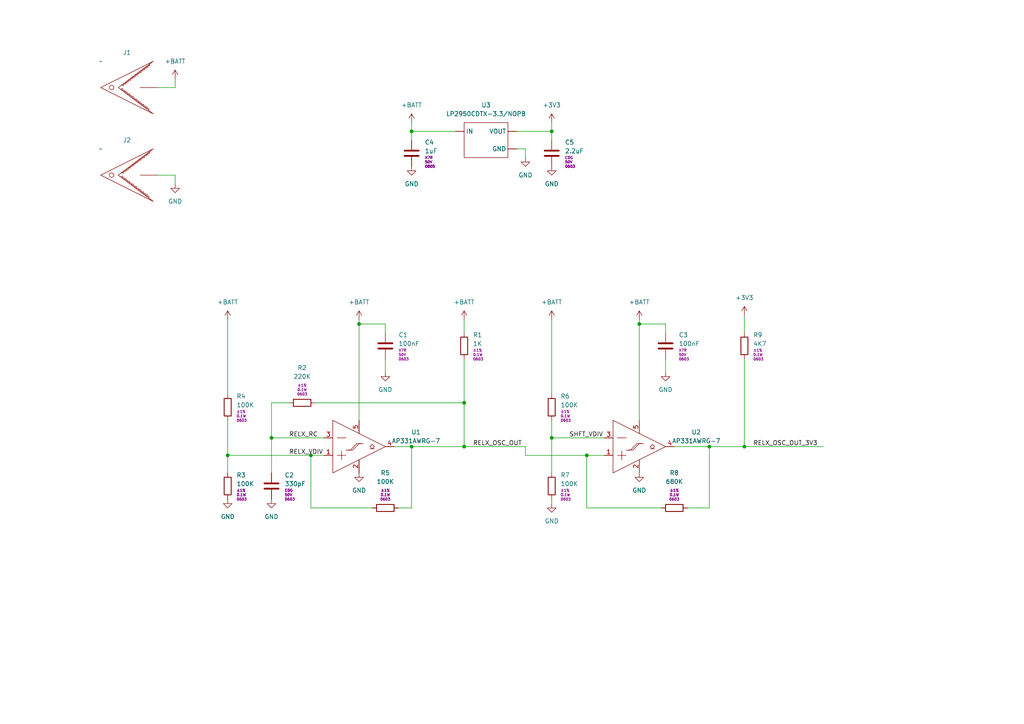
<source format=kicad_sch>
(kicad_sch (version 20230121) (generator eeschema)

  (uuid e0cd1853-2523-4e2d-9373-07e51d2931b2)

  (paper "A4")

  (title_block
    (title "MEC1003F 2024 Assignment 2")
    (date "2024-04-15")
    (rev "v0.0")
    (company "University of Cape Town")
    (comment 3 "<Enter Student Number here>")
    (comment 4 "<Enter Student Name here>")
  )

  (lib_symbols
    (symbol "Project Symbols:0603WAF1001T5E" (pin_numbers hide) (pin_names (offset 0)) (in_bom yes) (on_board yes)
      (property "Reference" "R" (at 5.08 2.54 0)
        (effects (font (size 1.27 1.27)))
      )
      (property "Value" "1K" (at 5.08 0 0)
        (effects (font (size 1.27 1.27)))
      )
      (property "Footprint" "Resistor_SMD:R_0603_1608Metric" (at 0 -12.7 0)
        (effects (font (size 1.27 1.27)) hide)
      )
      (property "Datasheet" "https://datasheet.lcsc.com/szlcsc/1811062009_UNI-ROYAL-Uniroyal-Elec-0603WAF1002T5E_C25804.pdf" (at 15.24 -10.16 0)
        (effects (font (size 1.27 1.27)) hide)
      )
      (property "Tolerance" "±1%" (at 5.08 -2.54 0)
        (effects (font (size 0.762 0.762)))
      )
      (property "Power" "0.1W" (at 5.08 -5.08 0)
        (effects (font (size 0.762 0.762)))
      )
      (property "Package" "0603" (at 5.08 -7.62 0)
        (effects (font (size 0.762 0.762)))
      )
      (property "ki_keywords" "R res resistor" (at 0 0 0)
        (effects (font (size 1.27 1.27)) hide)
      )
      (property "ki_description" "Resistor" (at 0 0 0)
        (effects (font (size 1.27 1.27)) hide)
      )
      (property "ki_fp_filters" "R_*" (at 0 0 0)
        (effects (font (size 1.27 1.27)) hide)
      )
      (symbol "0603WAF1001T5E_0_1"
        (rectangle (start -1.016 -2.54) (end 1.016 2.54)
          (stroke (width 0.254) (type default))
          (fill (type none))
        )
      )
      (symbol "0603WAF1001T5E_1_1"
        (pin passive line (at 0 3.81 270) (length 1.27)
          (name "~" (effects (font (size 1.27 1.27))))
          (number "1" (effects (font (size 1.27 1.27))))
        )
        (pin passive line (at 0 -3.81 90) (length 1.27)
          (name "~" (effects (font (size 1.27 1.27))))
          (number "2" (effects (font (size 1.27 1.27))))
        )
      )
    )
    (symbol "Project Symbols:0603WAF1003T5E" (pin_numbers hide) (pin_names (offset 0)) (in_bom yes) (on_board yes)
      (property "Reference" "R" (at 5.08 2.54 0)
        (effects (font (size 1.27 1.27)))
      )
      (property "Value" "100K" (at 5.08 0 0)
        (effects (font (size 1.27 1.27)))
      )
      (property "Footprint" "Resistor_SMD:R_0603_1608Metric" (at 0 -15.24 0)
        (effects (font (size 1.27 1.27)) hide)
      )
      (property "Datasheet" "https://datasheet.lcsc.com/szlcsc/1811062009_UNI-ROYAL-Uniroyal-Elec-0603WAF1002T5E_C25804.pdf" (at 15.24 -10.16 0)
        (effects (font (size 1.27 1.27)) hide)
      )
      (property "Tolerance" "±1%" (at 5.08 -2.54 0)
        (effects (font (size 0.762 0.762)))
      )
      (property "Power" "0.1W" (at 5.08 -5.08 0)
        (effects (font (size 0.762 0.762)))
      )
      (property "Package" "0603" (at 5.08 -7.62 0)
        (effects (font (size 0.762 0.762)))
      )
      (property "ki_keywords" "R res resistor" (at 0 0 0)
        (effects (font (size 1.27 1.27)) hide)
      )
      (property "ki_description" "Resistor" (at 0 0 0)
        (effects (font (size 1.27 1.27)) hide)
      )
      (property "ki_fp_filters" "R_*" (at 0 0 0)
        (effects (font (size 1.27 1.27)) hide)
      )
      (symbol "0603WAF1003T5E_0_1"
        (rectangle (start -1.016 -2.54) (end 1.016 2.54)
          (stroke (width 0.254) (type default))
          (fill (type none))
        )
      )
      (symbol "0603WAF1003T5E_1_1"
        (pin passive line (at 0 3.81 270) (length 1.27)
          (name "~" (effects (font (size 1.27 1.27))))
          (number "1" (effects (font (size 1.27 1.27))))
        )
        (pin passive line (at 0 -3.81 90) (length 1.27)
          (name "~" (effects (font (size 1.27 1.27))))
          (number "2" (effects (font (size 1.27 1.27))))
        )
      )
    )
    (symbol "Project Symbols:0603WAF2203T5E" (pin_numbers hide) (pin_names (offset 0)) (in_bom yes) (on_board yes)
      (property "Reference" "R" (at 5.08 2.54 0)
        (effects (font (size 1.27 1.27)))
      )
      (property "Value" "220K" (at 5.08 0 0)
        (effects (font (size 1.27 1.27)))
      )
      (property "Footprint" "Resistor_SMD:R_0603_1608Metric" (at 5.08 -15.24 0)
        (effects (font (size 1.27 1.27)) hide)
      )
      (property "Datasheet" "https://datasheet.lcsc.com/szlcsc/1811062009_UNI-ROYAL-Uniroyal-Elec-0603WAF1002T5E_C25804.pdf" (at 15.24 -10.16 0)
        (effects (font (size 1.27 1.27)) hide)
      )
      (property "Tolerance" "±1%" (at 5.08 -2.54 0)
        (effects (font (size 0.762 0.762)))
      )
      (property "Power" "0.1W" (at 5.08 -5.08 0)
        (effects (font (size 0.762 0.762)))
      )
      (property "Package" "0603" (at 5.08 -7.62 0)
        (effects (font (size 0.762 0.762)))
      )
      (property "ki_keywords" "R res resistor" (at 0 0 0)
        (effects (font (size 1.27 1.27)) hide)
      )
      (property "ki_description" "Resistor" (at 0 0 0)
        (effects (font (size 1.27 1.27)) hide)
      )
      (property "ki_fp_filters" "R_*" (at 0 0 0)
        (effects (font (size 1.27 1.27)) hide)
      )
      (symbol "0603WAF2203T5E_0_1"
        (rectangle (start -1.016 -2.54) (end 1.016 2.54)
          (stroke (width 0.254) (type default))
          (fill (type none))
        )
      )
      (symbol "0603WAF2203T5E_1_1"
        (pin passive line (at 0 3.81 270) (length 1.27)
          (name "~" (effects (font (size 1.27 1.27))))
          (number "1" (effects (font (size 1.27 1.27))))
        )
        (pin passive line (at 0 -3.81 90) (length 1.27)
          (name "~" (effects (font (size 1.27 1.27))))
          (number "2" (effects (font (size 1.27 1.27))))
        )
      )
    )
    (symbol "Project Symbols:0603WAF4701T5E" (pin_numbers hide) (pin_names (offset 0)) (in_bom yes) (on_board yes)
      (property "Reference" "R" (at 5.08 2.54 0)
        (effects (font (size 1.27 1.27)))
      )
      (property "Value" "4K7" (at 5.08 0 0)
        (effects (font (size 1.27 1.27)))
      )
      (property "Footprint" "Resistor_SMD:R_0603_1608Metric" (at 5.08 -15.24 0)
        (effects (font (size 1.27 1.27)) hide)
      )
      (property "Datasheet" "https://datasheet.lcsc.com/szlcsc/1811062009_UNI-ROYAL-Uniroyal-Elec-0603WAF1002T5E_C25804.pdf" (at 15.24 -10.16 0)
        (effects (font (size 1.27 1.27)) hide)
      )
      (property "Tolerance" "±1%" (at 5.08 -2.54 0)
        (effects (font (size 0.762 0.762)))
      )
      (property "Power" "0.1W" (at 5.08 -5.08 0)
        (effects (font (size 0.762 0.762)))
      )
      (property "Package" "0603" (at 5.08 -7.62 0)
        (effects (font (size 0.762 0.762)))
      )
      (property "ki_keywords" "R res resistor" (at 0 0 0)
        (effects (font (size 1.27 1.27)) hide)
      )
      (property "ki_description" "Resistor" (at 0 0 0)
        (effects (font (size 1.27 1.27)) hide)
      )
      (property "ki_fp_filters" "R_*" (at 0 0 0)
        (effects (font (size 1.27 1.27)) hide)
      )
      (symbol "0603WAF4701T5E_0_1"
        (rectangle (start -1.016 -2.54) (end 1.016 2.54)
          (stroke (width 0.254) (type default))
          (fill (type none))
        )
      )
      (symbol "0603WAF4701T5E_1_1"
        (pin passive line (at 0 3.81 270) (length 1.27)
          (name "~" (effects (font (size 1.27 1.27))))
          (number "1" (effects (font (size 1.27 1.27))))
        )
        (pin passive line (at 0 -3.81 90) (length 1.27)
          (name "~" (effects (font (size 1.27 1.27))))
          (number "2" (effects (font (size 1.27 1.27))))
        )
      )
    )
    (symbol "Project Symbols:0603WAF6803T5E" (pin_numbers hide) (pin_names (offset 0)) (in_bom yes) (on_board yes)
      (property "Reference" "R" (at 5.08 2.54 0)
        (effects (font (size 1.27 1.27)))
      )
      (property "Value" "680K" (at 5.08 0 0)
        (effects (font (size 1.27 1.27)))
      )
      (property "Footprint" "Resistor_SMD:R_0603_1608Metric" (at 0 -15.24 0)
        (effects (font (size 1.27 1.27)) hide)
      )
      (property "Datasheet" "https://datasheet.lcsc.com/szlcsc/1811062009_UNI-ROYAL-Uniroyal-Elec-0603WAF1002T5E_C25804.pdf" (at 15.24 -10.16 0)
        (effects (font (size 1.27 1.27)) hide)
      )
      (property "Tolerance" "±1%" (at 5.08 -2.54 0)
        (effects (font (size 0.762 0.762)))
      )
      (property "Power" "0.1W" (at 5.08 -5.08 0)
        (effects (font (size 0.762 0.762)))
      )
      (property "Package" "0603" (at 5.08 -7.62 0)
        (effects (font (size 0.762 0.762)))
      )
      (property "ki_keywords" "R res resistor" (at 0 0 0)
        (effects (font (size 1.27 1.27)) hide)
      )
      (property "ki_description" "Resistor" (at 0 0 0)
        (effects (font (size 1.27 1.27)) hide)
      )
      (property "ki_fp_filters" "R_*" (at 0 0 0)
        (effects (font (size 1.27 1.27)) hide)
      )
      (symbol "0603WAF6803T5E_0_1"
        (rectangle (start -1.016 -2.54) (end 1.016 2.54)
          (stroke (width 0.254) (type default))
          (fill (type none))
        )
      )
      (symbol "0603WAF6803T5E_1_1"
        (pin passive line (at 0 3.81 270) (length 1.27)
          (name "~" (effects (font (size 1.27 1.27))))
          (number "1" (effects (font (size 1.27 1.27))))
        )
        (pin passive line (at 0 -3.81 90) (length 1.27)
          (name "~" (effects (font (size 1.27 1.27))))
          (number "2" (effects (font (size 1.27 1.27))))
        )
      )
    )
    (symbol "Project Symbols:AP331AWRG-7" (pin_names hide) (in_bom yes) (on_board yes)
      (property "Reference" "U" (at 17.78 2.54 0)
        (effects (font (size 1.27 1.27)))
      )
      (property "Value" "AP331AWRG-7" (at 22.86 0 0)
        (effects (font (size 1.27 1.27)))
      )
      (property "Footprint" "Project Footprints:SOT-23-5 (AP331A) MRF" (at 17.78 -25.4 0)
        (effects (font (size 1.27 1.27)) hide)
      )
      (property "Datasheet" "https://www.lcsc.com/datasheet/lcsc_datasheet_1809051524_Diodes-Incorporated-AP331AWRG-7_C151561.pdf" (at 13.97 -34.925 0)
        (effects (font (size 1.27 1.27)) hide)
      )
      (property "ki_description" "Comparator Open-Drain Output" (at 0 0 0)
        (effects (font (size 1.27 1.27)) hide)
      )
      (symbol "AP331AWRG-7_0_1"
        (polyline
          (pts
            (xy 3.81 -10.16)
            (xy 6.35 -10.16)
          )
          (stroke (width 0) (type default))
          (fill (type none))
        )
        (polyline
          (pts
            (xy 3.81 -5.08)
            (xy 6.35 -5.08)
          )
          (stroke (width 0) (type default))
          (fill (type none))
        )
        (polyline
          (pts
            (xy 5.08 -8.89)
            (xy 5.08 -11.43)
          )
          (stroke (width 0) (type default))
          (fill (type none))
        )
        (polyline
          (pts
            (xy 2.54 0)
            (xy 2.54 -15.24)
            (xy 17.78 -7.62)
            (xy 2.54 0)
          )
          (stroke (width 0) (type default))
          (fill (type none))
        )
      )
      (symbol "AP331AWRG-7_1_1"
        (polyline
          (pts
            (xy 13.335 -8.255)
            (xy 14.605 -8.255)
          )
          (stroke (width 0) (type default))
          (fill (type none))
        )
        (polyline
          (pts
            (xy 13.97 -8.255)
            (xy 14.605 -7.62)
            (xy 13.97 -6.985)
          )
          (stroke (width 0) (type default))
          (fill (type none))
        )
        (polyline
          (pts
            (xy 13.97 -6.985)
            (xy 13.335 -7.62)
            (xy 13.97 -8.255)
          )
          (stroke (width 0) (type default))
          (fill (type none))
        )
        (polyline
          (pts
            (xy 6.35 -8.636)
            (xy 7.62 -8.636)
            (xy 9.525 -6.731)
            (xy 10.795 -6.731)
          )
          (stroke (width 0) (type default))
          (fill (type none))
        )
        (polyline
          (pts
            (xy 6.985 -8.636)
            (xy 8.255 -8.636)
            (xy 10.16 -6.731)
            (xy 11.43 -6.731)
          )
          (stroke (width 0) (type default))
          (fill (type none))
        )
        (pin input line (at 0 -10.16 0) (length 2.54)
          (name "IN+" (effects (font (size 1.27 1.27))))
          (number "1" (effects (font (size 1.27 1.27))))
        )
        (pin power_in line (at 10.16 -15.24 90) (length 3.81)
          (name "GND" (effects (font (size 1.27 1.27))))
          (number "2" (effects (font (size 1.27 1.27))))
        )
        (pin input line (at 0 -5.08 0) (length 2.54)
          (name "IN-" (effects (font (size 1.27 1.27))))
          (number "3" (effects (font (size 1.27 1.27))))
        )
        (pin output line (at 20.32 -7.62 180) (length 2.54)
          (name "OUT" (effects (font (size 1.27 1.27))))
          (number "4" (effects (font (size 1.27 1.27))))
        )
        (pin power_in line (at 10.16 0 270) (length 3.81)
          (name "VCC" (effects (font (size 1.27 1.27))))
          (number "5" (effects (font (size 1.27 1.27))))
        )
      )
    )
    (symbol "Project Symbols:CC0603KRX7R9BB104" (pin_numbers hide) (pin_names (offset 0.254)) (in_bom yes) (on_board yes)
      (property "Reference" "C" (at 5.08 2.54 0)
        (effects (font (size 1.27 1.27)) (justify left))
      )
      (property "Value" "100nF" (at 5.08 0 0)
        (effects (font (size 1.27 1.27)) (justify left))
      )
      (property "Footprint" "Capacitor_SMD:C_0603_1608Metric" (at 12.7 -12.7 0)
        (effects (font (size 1.27 1.27)) hide)
      )
      (property "Datasheet" "https://datasheet.lcsc.com/szlcsc/YAGEO-CC0603KRX7R9BB104_C14663.pdf" (at 30.48 -10.16 0)
        (effects (font (size 1.27 1.27)) hide)
      )
      (property "Dielectric" "X7R" (at 7.62 -7.62 0)
        (effects (font (size 0.762 0.762)))
      )
      (property "Voltage" "50V" (at 7.62 -5.08 0)
        (effects (font (size 0.762 0.762)))
      )
      (property "Package" "0603" (at 7.62 -2.54 0)
        (effects (font (size 0.762 0.762)))
      )
      (property "ki_keywords" "cap capacitor" (at 0 0 0)
        (effects (font (size 1.27 1.27)) hide)
      )
      (property "ki_description" "Unpolarized capacitor" (at 0 0 0)
        (effects (font (size 1.27 1.27)) hide)
      )
      (property "ki_fp_filters" "C_*" (at 0 0 0)
        (effects (font (size 1.27 1.27)) hide)
      )
      (symbol "CC0603KRX7R9BB104_0_1"
        (polyline
          (pts
            (xy -2.032 -0.762)
            (xy 2.032 -0.762)
          )
          (stroke (width 0.508) (type default))
          (fill (type none))
        )
        (polyline
          (pts
            (xy -2.032 0.762)
            (xy 2.032 0.762)
          )
          (stroke (width 0.508) (type default))
          (fill (type none))
        )
      )
      (symbol "CC0603KRX7R9BB104_1_1"
        (pin passive line (at 0 3.81 270) (length 2.794)
          (name "~" (effects (font (size 1.27 1.27))))
          (number "1" (effects (font (size 1.27 1.27))))
        )
        (pin passive line (at 0 -3.81 90) (length 2.794)
          (name "~" (effects (font (size 1.27 1.27))))
          (number "2" (effects (font (size 1.27 1.27))))
        )
      )
    )
    (symbol "Project Symbols:CL10C331JB8NNNC" (pin_numbers hide) (pin_names (offset 0.254)) (in_bom yes) (on_board yes)
      (property "Reference" "C" (at 5.08 2.54 0)
        (effects (font (size 1.27 1.27)) (justify left))
      )
      (property "Value" "330pF" (at 5.08 0 0)
        (effects (font (size 1.27 1.27)) (justify left))
      )
      (property "Footprint" "Capacitor_SMD:C_0603_1608Metric" (at 12.7 -12.7 0)
        (effects (font (size 1.27 1.27)) hide)
      )
      (property "Datasheet" "https://datasheet.lcsc.com/szlcsc/YAGEO-CC0603KRX7R9BB104_C14663.pdf" (at 30.48 -10.16 0)
        (effects (font (size 1.27 1.27)) hide)
      )
      (property "Dielectric" "C0G" (at 7.62 -7.62 0)
        (effects (font (size 0.762 0.762)))
      )
      (property "Voltage" "50V" (at 7.62 -5.08 0)
        (effects (font (size 0.762 0.762)))
      )
      (property "Package" "0603" (at 7.62 -2.54 0)
        (effects (font (size 0.762 0.762)))
      )
      (property "ki_keywords" "cap capacitor" (at 0 0 0)
        (effects (font (size 1.27 1.27)) hide)
      )
      (property "ki_description" "Unpolarized capacitor" (at 0 0 0)
        (effects (font (size 1.27 1.27)) hide)
      )
      (property "ki_fp_filters" "C_*" (at 0 0 0)
        (effects (font (size 1.27 1.27)) hide)
      )
      (symbol "CL10C331JB8NNNC_0_1"
        (polyline
          (pts
            (xy -2.032 -0.762)
            (xy 2.032 -0.762)
          )
          (stroke (width 0.508) (type default))
          (fill (type none))
        )
        (polyline
          (pts
            (xy -2.032 0.762)
            (xy 2.032 0.762)
          )
          (stroke (width 0.508) (type default))
          (fill (type none))
        )
      )
      (symbol "CL10C331JB8NNNC_1_1"
        (pin passive line (at 0 3.81 270) (length 2.794)
          (name "~" (effects (font (size 1.27 1.27))))
          (number "1" (effects (font (size 1.27 1.27))))
        )
        (pin passive line (at 0 -3.81 90) (length 2.794)
          (name "~" (effects (font (size 1.27 1.27))))
          (number "2" (effects (font (size 1.27 1.27))))
        )
      )
    )
    (symbol "Project Symbols:CL21B105KBFNNNE" (pin_numbers hide) (pin_names (offset 0.254)) (in_bom yes) (on_board yes)
      (property "Reference" "C" (at 5.08 2.54 0)
        (effects (font (size 1.27 1.27)) (justify left))
      )
      (property "Value" "1uF" (at 5.08 0 0)
        (effects (font (size 1.27 1.27)) (justify left))
      )
      (property "Footprint" "Capacitor_SMD:C_0805_2012Metric" (at 12.7 -12.7 0)
        (effects (font (size 1.27 1.27)) hide)
      )
      (property "Datasheet" "https://datasheet.lcsc.com/szlcsc/Samsung-Electro-Mechanics-CL05C100JB5NNNC_C32949.pdf" (at 30.48 -10.16 0)
        (effects (font (size 1.27 1.27)) hide)
      )
      (property "Dielectric" "X7R" (at 7.62 -7.62 0)
        (effects (font (size 0.762 0.762)))
      )
      (property "Voltage" "50V" (at 7.62 -5.08 0)
        (effects (font (size 0.762 0.762)))
      )
      (property "Package" "0805" (at 7.62 -2.54 0)
        (effects (font (size 0.762 0.762)))
      )
      (property "ki_keywords" "cap capacitor" (at 0 0 0)
        (effects (font (size 1.27 1.27)) hide)
      )
      (property "ki_description" "Unpolarized capacitor" (at 0 0 0)
        (effects (font (size 1.27 1.27)) hide)
      )
      (property "ki_fp_filters" "C_*" (at 0 0 0)
        (effects (font (size 1.27 1.27)) hide)
      )
      (symbol "CL21B105KBFNNNE_0_1"
        (polyline
          (pts
            (xy -2.032 -0.762)
            (xy 2.032 -0.762)
          )
          (stroke (width 0.508) (type default))
          (fill (type none))
        )
        (polyline
          (pts
            (xy -2.032 0.762)
            (xy 2.032 0.762)
          )
          (stroke (width 0.508) (type default))
          (fill (type none))
        )
      )
      (symbol "CL21B105KBFNNNE_1_1"
        (pin passive line (at 0 3.81 270) (length 2.794)
          (name "~" (effects (font (size 1.27 1.27))))
          (number "1" (effects (font (size 1.27 1.27))))
        )
        (pin passive line (at 0 -3.81 90) (length 2.794)
          (name "~" (effects (font (size 1.27 1.27))))
          (number "2" (effects (font (size 1.27 1.27))))
        )
      )
    )
    (symbol "Project Symbols:CL31B225KBHNNNE" (pin_numbers hide) (pin_names (offset 0.254)) (in_bom yes) (on_board yes)
      (property "Reference" "C" (at 5.08 2.54 0)
        (effects (font (size 1.27 1.27)) (justify left))
      )
      (property "Value" "2.2uF" (at 5.08 0 0)
        (effects (font (size 1.27 1.27)) (justify left))
      )
      (property "Footprint" "Capacitor_SMD:C_1206_3216Metric" (at 12.7 -12.7 0)
        (effects (font (size 1.27 1.27)) hide)
      )
      (property "Datasheet" "https://datasheet.lcsc.com/szlcsc/YAGEO-CC0603KRX7R9BB104_C14663.pdf" (at 30.48 -10.16 0)
        (effects (font (size 1.27 1.27)) hide)
      )
      (property "Dielectric" "C0G" (at 7.62 -7.62 0)
        (effects (font (size 0.762 0.762)))
      )
      (property "Voltage" "50V" (at 7.62 -5.08 0)
        (effects (font (size 0.762 0.762)))
      )
      (property "Package" "0603" (at 7.62 -2.54 0)
        (effects (font (size 0.762 0.762)))
      )
      (property "ki_keywords" "cap capacitor" (at 0 0 0)
        (effects (font (size 1.27 1.27)) hide)
      )
      (property "ki_description" "Unpolarized capacitor" (at 0 0 0)
        (effects (font (size 1.27 1.27)) hide)
      )
      (property "ki_fp_filters" "C_*" (at 0 0 0)
        (effects (font (size 1.27 1.27)) hide)
      )
      (symbol "CL31B225KBHNNNE_0_1"
        (polyline
          (pts
            (xy -2.032 -0.762)
            (xy 2.032 -0.762)
          )
          (stroke (width 0.508) (type default))
          (fill (type none))
        )
        (polyline
          (pts
            (xy -2.032 0.762)
            (xy 2.032 0.762)
          )
          (stroke (width 0.508) (type default))
          (fill (type none))
        )
      )
      (symbol "CL31B225KBHNNNE_1_1"
        (pin passive line (at 0 3.81 270) (length 2.794)
          (name "~" (effects (font (size 1.27 1.27))))
          (number "1" (effects (font (size 1.27 1.27))))
        )
        (pin passive line (at 0 -3.81 90) (length 2.794)
          (name "~" (effects (font (size 1.27 1.27))))
          (number "2" (effects (font (size 1.27 1.27))))
        )
      )
    )
    (symbol "Project Symbols:CROC" (pin_numbers hide) (in_bom yes) (on_board yes)
      (property "Reference" "J" (at 0 0 0)
        (effects (font (size 1.27 1.27)))
      )
      (property "Value" "" (at 0 0 0)
        (effects (font (size 1.27 1.27)))
      )
      (property "Footprint" "Project Footprints:CROC MEDIUM" (at 7.62 -17.78 0)
        (effects (font (size 1.27 1.27)) hide)
      )
      (property "Datasheet" "" (at 0 0 0)
        (effects (font (size 1.27 1.27)) hide)
      )
      (property "ki_description" "Bite Pad for Crocodile Connector" (at 0 0 0)
        (effects (font (size 1.27 1.27)) hide)
      )
      (symbol "CROC_0_1"
        (polyline
          (pts
            (xy 0 -7.62)
            (xy 15.24 0)
            (xy 5.08 -7.62)
            (xy 15.24 -15.24)
            (xy 0 -7.62)
          )
          (stroke (width 0) (type default))
          (fill (type none))
        )
        (polyline
          (pts
            (xy 5.842 -8.128)
            (xy 6.35 -7.874)
            (xy 6.35 -8.382)
            (xy 6.858 -8.382)
            (xy 6.858 -8.89)
          )
          (stroke (width 0) (type default))
          (fill (type none))
        )
        (polyline
          (pts
            (xy 6.096 -6.858)
            (xy 6.604 -7.112)
            (xy 6.604 -6.604)
            (xy 7.112 -6.604)
            (xy 7.112 -6.096)
          )
          (stroke (width 0) (type default))
          (fill (type none))
        )
        (polyline
          (pts
            (xy 6.858 -8.89)
            (xy 7.366 -8.636)
            (xy 7.366 -9.144)
            (xy 7.874 -9.144)
            (xy 7.874 -9.652)
          )
          (stroke (width 0) (type default))
          (fill (type none))
        )
        (polyline
          (pts
            (xy 7.112 -6.096)
            (xy 7.62 -6.35)
            (xy 7.62 -5.842)
            (xy 8.128 -5.842)
            (xy 8.128 -5.334)
          )
          (stroke (width 0) (type default))
          (fill (type none))
        )
        (polyline
          (pts
            (xy 7.874 -9.652)
            (xy 8.382 -9.398)
            (xy 8.382 -9.906)
            (xy 8.89 -9.906)
            (xy 8.89 -10.414)
          )
          (stroke (width 0) (type default))
          (fill (type none))
        )
        (polyline
          (pts
            (xy 8.128 -5.334)
            (xy 8.636 -5.588)
            (xy 8.636 -5.08)
            (xy 9.144 -5.08)
            (xy 9.144 -4.572)
          )
          (stroke (width 0) (type default))
          (fill (type none))
        )
        (polyline
          (pts
            (xy 8.89 -10.414)
            (xy 9.398 -10.16)
            (xy 9.398 -10.668)
            (xy 9.906 -10.668)
            (xy 9.906 -11.176)
          )
          (stroke (width 0) (type default))
          (fill (type none))
        )
        (polyline
          (pts
            (xy 9.144 -4.572)
            (xy 9.652 -4.826)
            (xy 9.652 -4.318)
            (xy 10.16 -4.318)
            (xy 10.16 -3.81)
          )
          (stroke (width 0) (type default))
          (fill (type none))
        )
        (polyline
          (pts
            (xy 9.906 -11.176)
            (xy 10.414 -10.922)
            (xy 10.414 -11.43)
            (xy 10.922 -11.43)
            (xy 10.922 -11.938)
          )
          (stroke (width 0) (type default))
          (fill (type none))
        )
        (polyline
          (pts
            (xy 10.16 -3.81)
            (xy 10.668 -4.064)
            (xy 10.668 -3.556)
            (xy 11.176 -3.556)
            (xy 11.176 -3.048)
          )
          (stroke (width 0) (type default))
          (fill (type none))
        )
        (polyline
          (pts
            (xy 10.922 -11.938)
            (xy 11.43 -11.684)
            (xy 11.43 -12.192)
            (xy 11.938 -12.192)
            (xy 11.938 -12.7)
          )
          (stroke (width 0) (type default))
          (fill (type none))
        )
        (polyline
          (pts
            (xy 11.176 -3.048)
            (xy 11.684 -3.302)
            (xy 11.684 -2.794)
            (xy 12.192 -2.794)
            (xy 12.192 -2.286)
          )
          (stroke (width 0) (type default))
          (fill (type none))
        )
        (polyline
          (pts
            (xy 11.938 -12.7)
            (xy 12.446 -12.446)
            (xy 12.446 -12.954)
            (xy 12.954 -12.954)
            (xy 12.954 -13.462)
          )
          (stroke (width 0) (type default))
          (fill (type none))
        )
        (polyline
          (pts
            (xy 12.192 -2.286)
            (xy 12.7 -2.54)
            (xy 12.7 -2.032)
            (xy 13.208 -2.032)
            (xy 13.208 -1.524)
          )
          (stroke (width 0) (type default))
          (fill (type none))
        )
        (polyline
          (pts
            (xy 12.954 -13.462)
            (xy 13.462 -13.208)
            (xy 13.462 -13.716)
            (xy 13.97 -13.716)
            (xy 13.97 -14.224)
          )
          (stroke (width 0) (type default))
          (fill (type none))
        )
        (polyline
          (pts
            (xy 13.208 -1.524)
            (xy 13.716 -1.778)
            (xy 13.716 -1.27)
            (xy 14.224 -1.27)
            (xy 14.224 -0.762)
          )
          (stroke (width 0) (type default))
          (fill (type none))
        )
        (circle (center 3.175 -7.62) (radius 0.635)
          (stroke (width 0) (type default))
          (fill (type none))
        )
      )
      (symbol "CROC_1_1"
        (pin passive line (at 16.51 -7.62 180) (length 5.08)
          (name "" (effects (font (size 1.27 1.27))))
          (number "1" (effects (font (size 1.27 1.27))))
        )
      )
    )
    (symbol "Project Symbols:LP2950CDTX-3.3/NOPB" (in_bom yes) (on_board yes)
      (property "Reference" "U" (at 1.27 1.27 0)
        (effects (font (size 1.27 1.27)))
      )
      (property "Value" "LP2950CDTX-3.3/NOPB" (at 7.62 -15.24 0)
        (effects (font (size 1.27 1.27)))
      )
      (property "Footprint" "" (at 0 0 0)
        (effects (font (size 1.27 1.27)) hide)
      )
      (property "Datasheet" "https://wmsc.lcsc.com/wmsc/upload/file/pdf/v2/lcsc/2304140030_Texas-Instruments-LP2950CDTX-3-3-NOPB_C129994.pdf" (at 2.54 -17.78 0)
        (effects (font (size 1.27 1.27)) hide)
      )
      (property "ki_description" "3V3 Linear Regulator" (at 0 0 0)
        (effects (font (size 1.27 1.27)) hide)
      )
      (symbol "LP2950CDTX-3.3/NOPB_0_1"
        (rectangle (start 0 0) (end 12.7 -10.16)
          (stroke (width 0) (type default))
          (fill (type none))
        )
      )
      (symbol "LP2950CDTX-3.3/NOPB_1_1"
        (pin power_in line (at 15.24 -7.62 180) (length 2.54)
          (name "GND" (effects (font (size 1.27 1.27))))
          (number "" (effects (font (size 1.27 1.27))))
        )
        (pin power_in line (at -2.54 -2.54 0) (length 2.54)
          (name "IN" (effects (font (size 1.27 1.27))))
          (number "" (effects (font (size 1.27 1.27))))
        )
        (pin power_out line (at 15.24 -2.54 180) (length 2.54)
          (name "VOUT" (effects (font (size 1.27 1.27))))
          (number "" (effects (font (size 1.27 1.27))))
        )
      )
    )
    (symbol "power:+3V3" (power) (pin_names (offset 0)) (in_bom yes) (on_board yes)
      (property "Reference" "#PWR" (at 0 -3.81 0)
        (effects (font (size 1.27 1.27)) hide)
      )
      (property "Value" "+3V3" (at 0 3.556 0)
        (effects (font (size 1.27 1.27)))
      )
      (property "Footprint" "" (at 0 0 0)
        (effects (font (size 1.27 1.27)) hide)
      )
      (property "Datasheet" "" (at 0 0 0)
        (effects (font (size 1.27 1.27)) hide)
      )
      (property "ki_keywords" "global power" (at 0 0 0)
        (effects (font (size 1.27 1.27)) hide)
      )
      (property "ki_description" "Power symbol creates a global label with name \"+3V3\"" (at 0 0 0)
        (effects (font (size 1.27 1.27)) hide)
      )
      (symbol "+3V3_0_1"
        (polyline
          (pts
            (xy -0.762 1.27)
            (xy 0 2.54)
          )
          (stroke (width 0) (type default))
          (fill (type none))
        )
        (polyline
          (pts
            (xy 0 0)
            (xy 0 2.54)
          )
          (stroke (width 0) (type default))
          (fill (type none))
        )
        (polyline
          (pts
            (xy 0 2.54)
            (xy 0.762 1.27)
          )
          (stroke (width 0) (type default))
          (fill (type none))
        )
      )
      (symbol "+3V3_1_1"
        (pin power_in line (at 0 0 90) (length 0) hide
          (name "+3V3" (effects (font (size 1.27 1.27))))
          (number "1" (effects (font (size 1.27 1.27))))
        )
      )
    )
    (symbol "power:+BATT" (power) (pin_names (offset 0)) (in_bom yes) (on_board yes)
      (property "Reference" "#PWR" (at 0 -3.81 0)
        (effects (font (size 1.27 1.27)) hide)
      )
      (property "Value" "+BATT" (at 0 3.556 0)
        (effects (font (size 1.27 1.27)))
      )
      (property "Footprint" "" (at 0 0 0)
        (effects (font (size 1.27 1.27)) hide)
      )
      (property "Datasheet" "" (at 0 0 0)
        (effects (font (size 1.27 1.27)) hide)
      )
      (property "ki_keywords" "global power battery" (at 0 0 0)
        (effects (font (size 1.27 1.27)) hide)
      )
      (property "ki_description" "Power symbol creates a global label with name \"+BATT\"" (at 0 0 0)
        (effects (font (size 1.27 1.27)) hide)
      )
      (symbol "+BATT_0_1"
        (polyline
          (pts
            (xy -0.762 1.27)
            (xy 0 2.54)
          )
          (stroke (width 0) (type default))
          (fill (type none))
        )
        (polyline
          (pts
            (xy 0 0)
            (xy 0 2.54)
          )
          (stroke (width 0) (type default))
          (fill (type none))
        )
        (polyline
          (pts
            (xy 0 2.54)
            (xy 0.762 1.27)
          )
          (stroke (width 0) (type default))
          (fill (type none))
        )
      )
      (symbol "+BATT_1_1"
        (pin power_in line (at 0 0 90) (length 0) hide
          (name "+BATT" (effects (font (size 1.27 1.27))))
          (number "1" (effects (font (size 1.27 1.27))))
        )
      )
    )
    (symbol "power:GND" (power) (pin_names (offset 0)) (in_bom yes) (on_board yes)
      (property "Reference" "#PWR" (at 0 -6.35 0)
        (effects (font (size 1.27 1.27)) hide)
      )
      (property "Value" "GND" (at 0 -3.81 0)
        (effects (font (size 1.27 1.27)))
      )
      (property "Footprint" "" (at 0 0 0)
        (effects (font (size 1.27 1.27)) hide)
      )
      (property "Datasheet" "" (at 0 0 0)
        (effects (font (size 1.27 1.27)) hide)
      )
      (property "ki_keywords" "global power" (at 0 0 0)
        (effects (font (size 1.27 1.27)) hide)
      )
      (property "ki_description" "Power symbol creates a global label with name \"GND\" , ground" (at 0 0 0)
        (effects (font (size 1.27 1.27)) hide)
      )
      (symbol "GND_0_1"
        (polyline
          (pts
            (xy 0 0)
            (xy 0 -1.27)
            (xy 1.27 -1.27)
            (xy 0 -2.54)
            (xy -1.27 -1.27)
            (xy 0 -1.27)
          )
          (stroke (width 0) (type default))
          (fill (type none))
        )
      )
      (symbol "GND_1_1"
        (pin power_in line (at 0 0 270) (length 0) hide
          (name "GND" (effects (font (size 1.27 1.27))))
          (number "1" (effects (font (size 1.27 1.27))))
        )
      )
    )
  )

  (junction (at 78.74 127) (diameter 0) (color 0 0 0 0)
    (uuid 05c1824e-149f-45a7-ba21-a62db783e041)
  )
  (junction (at 134.62 129.54) (diameter 0) (color 0 0 0 0)
    (uuid 17a7e187-07a7-4942-b1a7-23fbdea14d8a)
  )
  (junction (at 205.74 129.54) (diameter 0) (color 0 0 0 0)
    (uuid 325a99d5-3dbe-4cc0-b3f1-99a4b95751d7)
  )
  (junction (at 185.42 93.98) (diameter 0) (color 0 0 0 0)
    (uuid 47e11b70-76f8-47be-9fc6-56ffac9423a2)
  )
  (junction (at 66.04 132.08) (diameter 0) (color 0 0 0 0)
    (uuid 48328f40-4465-4339-bf3a-f38dcc4b61c7)
  )
  (junction (at 134.62 116.84) (diameter 0) (color 0 0 0 0)
    (uuid 584c899f-b00a-4441-a49c-2922db3fdfef)
  )
  (junction (at 104.14 93.98) (diameter 0) (color 0 0 0 0)
    (uuid 6ea185e6-4974-4535-815c-3fb44ee6bef6)
  )
  (junction (at 160.02 127) (diameter 0) (color 0 0 0 0)
    (uuid 72600925-5456-4729-a9f5-22f28594c351)
  )
  (junction (at 119.38 38.1) (diameter 0) (color 0 0 0 0)
    (uuid 7278a4a5-cf92-45b6-a5ef-089850c1fa22)
  )
  (junction (at 160.02 38.1) (diameter 0) (color 0 0 0 0)
    (uuid 84e43aa7-c7bf-4ceb-9feb-51c2816f77ac)
  )
  (junction (at 90.17 132.08) (diameter 0) (color 0 0 0 0)
    (uuid a6d2e64e-bb4f-4b21-94f0-cc4c02ff41ee)
  )
  (junction (at 119.38 129.54) (diameter 0) (color 0 0 0 0)
    (uuid a7a33db5-83cc-43e3-b7ea-3915b6a82e42)
  )
  (junction (at 215.9 129.54) (diameter 0) (color 0 0 0 0)
    (uuid e8cd9510-2ad5-45ee-9719-f9a639847fd1)
  )
  (junction (at 170.18 132.08) (diameter 0) (color 0 0 0 0)
    (uuid ec140803-a74d-45e9-a66a-ce134d8eed38)
  )

  (wire (pts (xy 152.4 132.08) (xy 170.18 132.08))
    (stroke (width 0) (type default))
    (uuid 0b26971d-df59-44bd-8141-9cb57848ffdf)
  )
  (wire (pts (xy 50.8 25.4) (xy 45.72 25.4))
    (stroke (width 0) (type default))
    (uuid 0e1b1a87-9ea0-4efa-bbf4-a66fbb05bdb2)
  )
  (wire (pts (xy 90.17 132.08) (xy 93.98 132.08))
    (stroke (width 0) (type default))
    (uuid 116305bf-f4a1-49c6-baec-ad3825c2736a)
  )
  (wire (pts (xy 50.8 53.34) (xy 50.8 50.8))
    (stroke (width 0) (type default))
    (uuid 1495bbfc-612d-4f0b-930a-848114ef29be)
  )
  (wire (pts (xy 160.02 127) (xy 175.26 127))
    (stroke (width 0) (type default))
    (uuid 1c9eb2b0-9c69-4a67-a5b2-df442048d4a0)
  )
  (wire (pts (xy 215.9 129.54) (xy 238.76 129.54))
    (stroke (width 0) (type default))
    (uuid 1f0d879d-2fc3-4c76-aaa7-f99e069881d1)
  )
  (wire (pts (xy 78.74 116.84) (xy 78.74 127))
    (stroke (width 0) (type default))
    (uuid 29593ccb-f74a-4a45-9542-b274453d7f86)
  )
  (wire (pts (xy 83.82 116.84) (xy 78.74 116.84))
    (stroke (width 0) (type default))
    (uuid 2a898f7f-619f-4372-8a5f-28e31ca3c8cf)
  )
  (wire (pts (xy 134.62 116.84) (xy 134.62 129.54))
    (stroke (width 0) (type default))
    (uuid 2f2cf7c0-e34e-4714-9837-a8763267a887)
  )
  (wire (pts (xy 111.76 96.52) (xy 111.76 93.98))
    (stroke (width 0) (type default))
    (uuid 30115219-5bcd-4a74-8e09-5edbb8c32aba)
  )
  (wire (pts (xy 160.02 144.78) (xy 160.02 146.05))
    (stroke (width 0) (type default))
    (uuid 31769401-58d3-4716-9e30-2471a6ba74ce)
  )
  (wire (pts (xy 152.4 129.54) (xy 152.4 132.08))
    (stroke (width 0) (type default))
    (uuid 328f5219-6359-4317-a017-549b81ec6690)
  )
  (wire (pts (xy 160.02 127) (xy 160.02 137.16))
    (stroke (width 0) (type default))
    (uuid 373203e1-a54f-4e94-9601-7f52f8ee24f3)
  )
  (wire (pts (xy 134.62 92.71) (xy 134.62 96.52))
    (stroke (width 0) (type default))
    (uuid 3872ebab-1209-48c0-a7db-dd14e5ee456b)
  )
  (wire (pts (xy 91.44 116.84) (xy 134.62 116.84))
    (stroke (width 0) (type default))
    (uuid 3919c533-9f15-46f1-bdaa-cc53df67581a)
  )
  (wire (pts (xy 215.9 104.14) (xy 215.9 129.54))
    (stroke (width 0) (type default))
    (uuid 3d54a702-aef7-4110-b050-58b6f59211a7)
  )
  (wire (pts (xy 50.8 50.8) (xy 45.72 50.8))
    (stroke (width 0) (type default))
    (uuid 491291b3-6199-420e-9e4e-88d05ae1fc6d)
  )
  (wire (pts (xy 134.62 129.54) (xy 119.38 129.54))
    (stroke (width 0) (type default))
    (uuid 494f0369-8ac9-4c8f-92d2-0dba94f2d985)
  )
  (wire (pts (xy 134.62 104.14) (xy 134.62 116.84))
    (stroke (width 0) (type default))
    (uuid 4cd86657-f226-472e-9f82-b1ff14e693b9)
  )
  (wire (pts (xy 149.86 43.18) (xy 152.4 43.18))
    (stroke (width 0) (type default))
    (uuid 5389cf2d-dff4-4999-bbfe-199150dc47d9)
  )
  (wire (pts (xy 104.14 93.98) (xy 104.14 121.92))
    (stroke (width 0) (type default))
    (uuid 56159f25-ff8d-48da-aa2a-98436377d088)
  )
  (wire (pts (xy 193.04 96.52) (xy 193.04 93.98))
    (stroke (width 0) (type default))
    (uuid 58260433-f8e0-4d4d-88a0-63b483666723)
  )
  (wire (pts (xy 160.02 92.71) (xy 160.02 114.3))
    (stroke (width 0) (type default))
    (uuid 59d3ef76-646b-44c3-983d-01e0963c6473)
  )
  (wire (pts (xy 119.38 38.1) (xy 132.08 38.1))
    (stroke (width 0) (type default))
    (uuid 5e03fd11-7377-46fe-ab6e-af38dcacef25)
  )
  (wire (pts (xy 160.02 38.1) (xy 160.02 35.56))
    (stroke (width 0) (type default))
    (uuid 5eaf825d-64e3-4e00-b13b-113e49647b0f)
  )
  (wire (pts (xy 66.04 121.92) (xy 66.04 132.08))
    (stroke (width 0) (type default))
    (uuid 5fe8c46b-31df-4295-935f-6d6ec3938627)
  )
  (wire (pts (xy 160.02 121.92) (xy 160.02 127))
    (stroke (width 0) (type default))
    (uuid 60e97c15-f4f1-4327-8109-2fdffffc7006)
  )
  (wire (pts (xy 170.18 132.08) (xy 175.26 132.08))
    (stroke (width 0) (type default))
    (uuid 6ce6ac8c-edee-4f55-a823-73ff345c1e63)
  )
  (wire (pts (xy 111.76 93.98) (xy 104.14 93.98))
    (stroke (width 0) (type default))
    (uuid 7c660f5f-f748-4670-904c-f973410c05e0)
  )
  (wire (pts (xy 215.9 129.54) (xy 205.74 129.54))
    (stroke (width 0) (type default))
    (uuid 84819a41-1e1f-4237-9282-1626b193c749)
  )
  (wire (pts (xy 119.38 129.54) (xy 114.3 129.54))
    (stroke (width 0) (type default))
    (uuid 8cca6b72-5f4a-40bd-bdaa-5e70f491ff60)
  )
  (wire (pts (xy 152.4 43.18) (xy 152.4 45.72))
    (stroke (width 0) (type default))
    (uuid 8f6b9265-1e88-4ecf-8f83-eef76b9bbf37)
  )
  (wire (pts (xy 149.86 38.1) (xy 160.02 38.1))
    (stroke (width 0) (type default))
    (uuid 909b1303-31cd-45d8-badf-d02b9a990fd3)
  )
  (wire (pts (xy 78.74 127) (xy 93.98 127))
    (stroke (width 0) (type default))
    (uuid 91b6602c-e67b-4b1d-8cc7-7f24fd88bf5d)
  )
  (wire (pts (xy 66.04 132.08) (xy 90.17 132.08))
    (stroke (width 0) (type default))
    (uuid 9ab65b6f-0716-44e6-9465-0f9416243a9e)
  )
  (wire (pts (xy 185.42 92.71) (xy 185.42 93.98))
    (stroke (width 0) (type default))
    (uuid 9de33fe2-da84-46dc-b2d8-efa8b9f6b8bc)
  )
  (wire (pts (xy 119.38 35.56) (xy 119.38 38.1))
    (stroke (width 0) (type default))
    (uuid 9e8465c0-27b7-4c63-8343-e45cc7d39d1f)
  )
  (wire (pts (xy 170.18 132.08) (xy 170.18 147.32))
    (stroke (width 0) (type default))
    (uuid 9ea67fbf-8400-45b5-bf29-fc189fbc037e)
  )
  (wire (pts (xy 66.04 92.71) (xy 66.04 114.3))
    (stroke (width 0) (type default))
    (uuid a410f8a8-bb3b-4ea6-968f-57ab607b956d)
  )
  (wire (pts (xy 185.42 93.98) (xy 185.42 121.92))
    (stroke (width 0) (type default))
    (uuid a4e29b91-8534-44ad-858a-ccf764fdd11a)
  )
  (wire (pts (xy 134.62 129.54) (xy 152.4 129.54))
    (stroke (width 0) (type default))
    (uuid abd8f666-83eb-4717-b684-3c33a2aca7b2)
  )
  (wire (pts (xy 205.74 147.32) (xy 205.74 129.54))
    (stroke (width 0) (type default))
    (uuid acd779e2-43c9-4a33-a27e-d46eee2975b2)
  )
  (wire (pts (xy 115.57 147.32) (xy 119.38 147.32))
    (stroke (width 0) (type default))
    (uuid b304f609-46b1-4b4c-85f0-4afe8f4d79dc)
  )
  (wire (pts (xy 193.04 93.98) (xy 185.42 93.98))
    (stroke (width 0) (type default))
    (uuid b389d36b-6b80-4d04-8bdf-2f00a46ab3e0)
  )
  (wire (pts (xy 119.38 38.1) (xy 119.38 40.64))
    (stroke (width 0) (type default))
    (uuid b462522e-3901-4012-af33-a5df75ed8cd7)
  )
  (wire (pts (xy 90.17 147.32) (xy 107.95 147.32))
    (stroke (width 0) (type default))
    (uuid b96edb57-72f0-4f08-a905-160d70861a52)
  )
  (wire (pts (xy 205.74 129.54) (xy 195.58 129.54))
    (stroke (width 0) (type default))
    (uuid c9b2b8f5-923e-4d34-a538-f93ef56e64f6)
  )
  (wire (pts (xy 199.39 147.32) (xy 205.74 147.32))
    (stroke (width 0) (type default))
    (uuid ca93a030-dfa5-4565-887e-44d0cbd8a5ef)
  )
  (wire (pts (xy 50.8 22.86) (xy 50.8 25.4))
    (stroke (width 0) (type default))
    (uuid d60a26b3-18ca-4ac4-8d0a-36d1265329c4)
  )
  (wire (pts (xy 215.9 91.44) (xy 215.9 96.52))
    (stroke (width 0) (type default))
    (uuid d7187d73-2553-4ad2-a35f-06ed70412369)
  )
  (wire (pts (xy 170.18 147.32) (xy 191.77 147.32))
    (stroke (width 0) (type default))
    (uuid dfb8ca26-f999-4b83-a8fa-cd0a6573a4c6)
  )
  (wire (pts (xy 193.04 104.14) (xy 193.04 107.95))
    (stroke (width 0) (type default))
    (uuid e116e1fd-5f18-4eb7-b55b-95bb1dc60a8e)
  )
  (wire (pts (xy 78.74 137.16) (xy 78.74 127))
    (stroke (width 0) (type default))
    (uuid e935deaf-db4f-45e6-ad47-3847e7dc1dbe)
  )
  (wire (pts (xy 119.38 147.32) (xy 119.38 129.54))
    (stroke (width 0) (type default))
    (uuid eed3272b-5f35-48ef-8242-dd1c180c3572)
  )
  (wire (pts (xy 66.04 137.16) (xy 66.04 132.08))
    (stroke (width 0) (type default))
    (uuid ef313f1a-d9d0-4161-b869-5d49d1623854)
  )
  (wire (pts (xy 90.17 132.08) (xy 90.17 147.32))
    (stroke (width 0) (type default))
    (uuid f944a052-08c9-4cd3-910d-2b55aa119c8d)
  )
  (wire (pts (xy 160.02 38.1) (xy 160.02 40.64))
    (stroke (width 0) (type default))
    (uuid fe085244-4216-4d1a-a006-791fce1ad05f)
  )
  (wire (pts (xy 111.76 104.14) (xy 111.76 107.95))
    (stroke (width 0) (type default))
    (uuid ff2bd875-0146-4548-a688-faaf5a2417f7)
  )
  (wire (pts (xy 104.14 92.71) (xy 104.14 93.98))
    (stroke (width 0) (type default))
    (uuid fff81a4a-96bb-4c76-bcac-dbde38162265)
  )

  (label "SHFT_VDIV" (at 165.1 127 0) (fields_autoplaced)
    (effects (font (size 1.27 1.27)) (justify left bottom))
    (uuid 19458538-cb93-4de8-850a-48ab8ffd79c2)
  )
  (label "RELX_VDIV" (at 83.82 132.08 0) (fields_autoplaced)
    (effects (font (size 1.27 1.27)) (justify left bottom))
    (uuid 63bf3d21-65c8-4548-9b45-2fea4e0f8722)
  )
  (label "RELX_RC" (at 83.82 127 0) (fields_autoplaced)
    (effects (font (size 1.27 1.27)) (justify left bottom))
    (uuid 739670af-7179-4e52-8069-d2d0d6481aff)
  )
  (label "RELX_OSC_OUT" (at 137.16 129.54 0) (fields_autoplaced)
    (effects (font (size 1.27 1.27)) (justify left bottom))
    (uuid b62a166f-ab2b-48a8-b9c4-dc7472bfaf3f)
  )
  (label "RELX_OSC_OUT_3V3" (at 218.44 129.54 0) (fields_autoplaced)
    (effects (font (size 1.27 1.27)) (justify left bottom))
    (uuid e7e37841-61e7-44d4-9fb4-87ff7157be70)
  )

  (symbol (lib_id "power:GND") (at 104.14 137.16 0) (unit 1)
    (in_bom yes) (on_board yes) (dnp no) (fields_autoplaced)
    (uuid 055c3f46-4b49-45e7-a1f5-79ba3ce0217a)
    (property "Reference" "#PWR03" (at 104.14 143.51 0)
      (effects (font (size 1.27 1.27)) hide)
    )
    (property "Value" "GND" (at 104.14 142.24 0)
      (effects (font (size 1.27 1.27)))
    )
    (property "Footprint" "" (at 104.14 137.16 0)
      (effects (font (size 1.27 1.27)) hide)
    )
    (property "Datasheet" "" (at 104.14 137.16 0)
      (effects (font (size 1.27 1.27)) hide)
    )
    (pin "1" (uuid 0a32eaa3-adcb-4d8d-a537-1aaf6c9e7775))
    (instances
      (project "MEC1003F 2024 Assignment 2"
        (path "/e0cd1853-2523-4e2d-9373-07e51d2931b2"
          (reference "#PWR03") (unit 1)
        )
      )
    )
  )

  (symbol (lib_id "power:GND") (at 50.8 53.34 0) (unit 1)
    (in_bom yes) (on_board yes) (dnp no) (fields_autoplaced)
    (uuid 09271316-8411-470a-b4e2-b593db362d81)
    (property "Reference" "#PWR015" (at 50.8 59.69 0)
      (effects (font (size 1.27 1.27)) hide)
    )
    (property "Value" "GND" (at 50.8 58.42 0)
      (effects (font (size 1.27 1.27)))
    )
    (property "Footprint" "" (at 50.8 53.34 0)
      (effects (font (size 1.27 1.27)) hide)
    )
    (property "Datasheet" "" (at 50.8 53.34 0)
      (effects (font (size 1.27 1.27)) hide)
    )
    (pin "1" (uuid 240fb6e6-c451-4bfe-ae18-f4f60c22f736))
    (instances
      (project "MEC1003F 2024 Assignment 2"
        (path "/e0cd1853-2523-4e2d-9373-07e51d2931b2"
          (reference "#PWR015") (unit 1)
        )
      )
    )
  )

  (symbol (lib_id "Project Symbols:0603WAF6803T5E") (at 195.58 147.32 90) (unit 1)
    (in_bom yes) (on_board yes) (dnp no) (fields_autoplaced)
    (uuid 0bec8196-d555-42cb-a3ec-fbc5f8db9ca8)
    (property "Reference" "R8" (at 195.58 137.16 90)
      (effects (font (size 1.27 1.27)))
    )
    (property "Value" "680K" (at 195.58 139.7 90)
      (effects (font (size 1.27 1.27)))
    )
    (property "Footprint" "Resistor_SMD:R_0603_1608Metric" (at 200.66 142.24 90)
      (effects (font (size 1.27 1.27)) hide)
    )
    (property "Datasheet" "https://datasheet.lcsc.com/szlcsc/1811062009_UNI-ROYAL-Uniroyal-Elec-0603WAF1002T5E_C25804.pdf" (at 205.74 132.08 0)
      (effects (font (size 1.27 1.27)) hide)
    )
    (property "Tolerance" "±1%" (at 195.58 142.24 90)
      (effects (font (size 0.762 0.762)))
    )
    (property "Power" "0.1W" (at 195.58 143.51 90)
      (effects (font (size 0.762 0.762)))
    )
    (property "Package" "0603" (at 195.58 144.78 90)
      (effects (font (size 0.762 0.762)))
    )
    (pin "2" (uuid 8824379f-f07b-4e6e-a4cb-463f9a3aa113))
    (pin "1" (uuid dd04c69c-6901-419e-ab0a-85ddcda41981))
    (instances
      (project "MEC1003F 2024 Assignment 2"
        (path "/e0cd1853-2523-4e2d-9373-07e51d2931b2"
          (reference "R8") (unit 1)
        )
      )
    )
  )

  (symbol (lib_id "power:+BATT") (at 185.42 92.71 0) (unit 1)
    (in_bom yes) (on_board yes) (dnp no) (fields_autoplaced)
    (uuid 0e6b5273-014c-4b7c-a563-ef2d1f51e7c8)
    (property "Reference" "#PWR011" (at 185.42 96.52 0)
      (effects (font (size 1.27 1.27)) hide)
    )
    (property "Value" "+BATT" (at 185.42 87.63 0)
      (effects (font (size 1.27 1.27)))
    )
    (property "Footprint" "" (at 185.42 92.71 0)
      (effects (font (size 1.27 1.27)) hide)
    )
    (property "Datasheet" "" (at 185.42 92.71 0)
      (effects (font (size 1.27 1.27)) hide)
    )
    (pin "1" (uuid 8d541d04-c4db-4b60-aff6-20457f830653))
    (instances
      (project "MEC1003F 2024 Assignment 2"
        (path "/e0cd1853-2523-4e2d-9373-07e51d2931b2"
          (reference "#PWR011") (unit 1)
        )
      )
    )
  )

  (symbol (lib_id "power:GND") (at 66.04 144.78 0) (unit 1)
    (in_bom yes) (on_board yes) (dnp no) (fields_autoplaced)
    (uuid 16f98ffb-f5fe-418c-8db6-07aa26fb160d)
    (property "Reference" "#PWR06" (at 66.04 151.13 0)
      (effects (font (size 1.27 1.27)) hide)
    )
    (property "Value" "GND" (at 66.04 149.86 0)
      (effects (font (size 1.27 1.27)))
    )
    (property "Footprint" "" (at 66.04 144.78 0)
      (effects (font (size 1.27 1.27)) hide)
    )
    (property "Datasheet" "" (at 66.04 144.78 0)
      (effects (font (size 1.27 1.27)) hide)
    )
    (pin "1" (uuid 2809044c-b8f0-4d7f-84af-f89419094c3e))
    (instances
      (project "MEC1003F 2024 Assignment 2"
        (path "/e0cd1853-2523-4e2d-9373-07e51d2931b2"
          (reference "#PWR06") (unit 1)
        )
      )
    )
  )

  (symbol (lib_id "Project Symbols:CL10C331JB8NNNC") (at 78.74 140.97 0) (unit 1)
    (in_bom yes) (on_board yes) (dnp no) (fields_autoplaced)
    (uuid 18588015-c203-42ba-a331-1f15584e45dc)
    (property "Reference" "C2" (at 82.55 137.795 0)
      (effects (font (size 1.27 1.27)) (justify left))
    )
    (property "Value" "330pF" (at 82.55 140.335 0)
      (effects (font (size 1.27 1.27)) (justify left))
    )
    (property "Footprint" "Capacitor_SMD:C_0603_1608Metric" (at 91.44 153.67 0)
      (effects (font (size 1.27 1.27)) hide)
    )
    (property "Datasheet" "https://datasheet.lcsc.com/szlcsc/YAGEO-CC0603KRX7R9BB104_C14663.pdf" (at 109.22 151.13 0)
      (effects (font (size 1.27 1.27)) hide)
    )
    (property "Dielectric" "C0G" (at 82.55 142.2399 0)
      (effects (font (size 0.762 0.762)) (justify left))
    )
    (property "Voltage" "50V" (at 82.55 143.5099 0)
      (effects (font (size 0.762 0.762)) (justify left))
    )
    (property "Package" "0603" (at 82.55 144.7799 0)
      (effects (font (size 0.762 0.762)) (justify left))
    )
    (pin "1" (uuid 0f949018-c13d-4434-ac6a-30e6470e5815))
    (pin "2" (uuid 1bb32e93-ffe7-4510-b450-a3550254581f))
    (instances
      (project "MEC1003F 2024 Assignment 2"
        (path "/e0cd1853-2523-4e2d-9373-07e51d2931b2"
          (reference "C2") (unit 1)
        )
      )
    )
  )

  (symbol (lib_id "power:GND") (at 152.4 45.72 0) (unit 1)
    (in_bom yes) (on_board yes) (dnp no) (fields_autoplaced)
    (uuid 18822599-2d52-423a-83d2-a3a702592547)
    (property "Reference" "#PWR018" (at 152.4 52.07 0)
      (effects (font (size 1.27 1.27)) hide)
    )
    (property "Value" "GND" (at 152.4 50.8 0)
      (effects (font (size 1.27 1.27)))
    )
    (property "Footprint" "" (at 152.4 45.72 0)
      (effects (font (size 1.27 1.27)) hide)
    )
    (property "Datasheet" "" (at 152.4 45.72 0)
      (effects (font (size 1.27 1.27)) hide)
    )
    (pin "1" (uuid 97c6dd43-74eb-43bb-b5aa-6a06281ed2f0))
    (instances
      (project "MEC1003F 2024 Assignment 2"
        (path "/e0cd1853-2523-4e2d-9373-07e51d2931b2"
          (reference "#PWR018") (unit 1)
        )
      )
    )
  )

  (symbol (lib_id "Project Symbols:CROC") (at 29.21 17.78 0) (unit 1)
    (in_bom yes) (on_board yes) (dnp no) (fields_autoplaced)
    (uuid 21dc5b8e-4706-49db-b27e-3216181d3beb)
    (property "Reference" "J1" (at 36.83 15.24 0)
      (effects (font (size 1.27 1.27)))
    )
    (property "Value" "~" (at 29.21 17.78 0)
      (effects (font (size 1.27 1.27)))
    )
    (property "Footprint" "Project Footprints:CROC MEDIUM" (at 29.21 17.78 0)
      (effects (font (size 1.27 1.27)) hide)
    )
    (property "Datasheet" "" (at 29.21 17.78 0)
      (effects (font (size 1.27 1.27)) hide)
    )
    (pin "1" (uuid 77e960ed-0b37-409f-9c90-54c0f2b1508e))
    (instances
      (project "MEC1003F 2024 Assignment 2"
        (path "/e0cd1853-2523-4e2d-9373-07e51d2931b2"
          (reference "J1") (unit 1)
        )
      )
    )
  )

  (symbol (lib_id "Project Symbols:0603WAF2203T5E") (at 87.63 116.84 90) (unit 1)
    (in_bom yes) (on_board yes) (dnp no) (fields_autoplaced)
    (uuid 2237ae10-3580-4e68-9a33-661bc16e932e)
    (property "Reference" "R2" (at 87.63 106.68 90)
      (effects (font (size 1.27 1.27)))
    )
    (property "Value" "220K" (at 87.63 109.22 90)
      (effects (font (size 1.27 1.27)))
    )
    (property "Footprint" "Resistor_SMD:R_0603_1608Metric" (at 102.87 111.76 0)
      (effects (font (size 1.27 1.27)) hide)
    )
    (property "Datasheet" "https://datasheet.lcsc.com/szlcsc/1811062009_UNI-ROYAL-Uniroyal-Elec-0603WAF1002T5E_C25804.pdf" (at 97.79 101.6 0)
      (effects (font (size 1.27 1.27)) hide)
    )
    (property "Tolerance" "±1%" (at 87.63 111.76 90)
      (effects (font (size 0.762 0.762)))
    )
    (property "Power" "0.1W" (at 87.63 113.03 90)
      (effects (font (size 0.762 0.762)))
    )
    (property "Package" "0603" (at 87.63 114.3 90)
      (effects (font (size 0.762 0.762)))
    )
    (pin "1" (uuid 72713f29-171c-4af2-a08b-afda2b4249a9))
    (pin "2" (uuid 48a0214f-2358-4d31-8ac8-f4194de51db4))
    (instances
      (project "MEC1003F 2024 Assignment 2"
        (path "/e0cd1853-2523-4e2d-9373-07e51d2931b2"
          (reference "R2") (unit 1)
        )
      )
    )
  )

  (symbol (lib_id "power:+BATT") (at 119.38 35.56 0) (unit 1)
    (in_bom yes) (on_board yes) (dnp no) (fields_autoplaced)
    (uuid 29d7c73a-99c3-4f24-bdf4-ea24bc8c8f0a)
    (property "Reference" "#PWR016" (at 119.38 39.37 0)
      (effects (font (size 1.27 1.27)) hide)
    )
    (property "Value" "+BATT" (at 119.38 30.48 0)
      (effects (font (size 1.27 1.27)))
    )
    (property "Footprint" "" (at 119.38 35.56 0)
      (effects (font (size 1.27 1.27)) hide)
    )
    (property "Datasheet" "" (at 119.38 35.56 0)
      (effects (font (size 1.27 1.27)) hide)
    )
    (pin "1" (uuid 430f519b-988f-4f04-a4b4-d4e300358924))
    (instances
      (project "MEC1003F 2024 Assignment 2"
        (path "/e0cd1853-2523-4e2d-9373-07e51d2931b2"
          (reference "#PWR016") (unit 1)
        )
      )
    )
  )

  (symbol (lib_id "Project Symbols:0603WAF1003T5E") (at 66.04 118.11 0) (unit 1)
    (in_bom yes) (on_board yes) (dnp no) (fields_autoplaced)
    (uuid 35140160-9aff-414d-85f6-29dad0b60892)
    (property "Reference" "R4" (at 68.58 114.935 0)
      (effects (font (size 1.27 1.27)) (justify left))
    )
    (property "Value" "100K" (at 68.58 117.475 0)
      (effects (font (size 1.27 1.27)) (justify left))
    )
    (property "Footprint" "Resistor_SMD:R_0603_1608Metric" (at 71.12 123.19 90)
      (effects (font (size 1.27 1.27)) hide)
    )
    (property "Datasheet" "https://datasheet.lcsc.com/szlcsc/1811062009_UNI-ROYAL-Uniroyal-Elec-0603WAF1002T5E_C25804.pdf" (at 81.28 128.27 0)
      (effects (font (size 1.27 1.27)) hide)
    )
    (property "Tolerance" "±1%" (at 68.58 119.3799 0)
      (effects (font (size 0.762 0.762)) (justify left))
    )
    (property "Power" "0.1W" (at 68.58 120.6499 0)
      (effects (font (size 0.762 0.762)) (justify left))
    )
    (property "Package" "0603" (at 68.58 121.9199 0)
      (effects (font (size 0.762 0.762)) (justify left))
    )
    (pin "1" (uuid fc7028a3-0659-46bd-ac28-3c7c71f36e91))
    (pin "2" (uuid 31ca2644-008f-4cf6-87b9-3d7549bdf5dc))
    (instances
      (project "MEC1003F 2024 Assignment 2"
        (path "/e0cd1853-2523-4e2d-9373-07e51d2931b2"
          (reference "R4") (unit 1)
        )
      )
    )
  )

  (symbol (lib_id "power:GND") (at 119.38 48.26 0) (unit 1)
    (in_bom yes) (on_board yes) (dnp no) (fields_autoplaced)
    (uuid 3578c359-96e1-495b-ac72-6b9351fcf493)
    (property "Reference" "#PWR019" (at 119.38 54.61 0)
      (effects (font (size 1.27 1.27)) hide)
    )
    (property "Value" "GND" (at 119.38 53.34 0)
      (effects (font (size 1.27 1.27)))
    )
    (property "Footprint" "" (at 119.38 48.26 0)
      (effects (font (size 1.27 1.27)) hide)
    )
    (property "Datasheet" "" (at 119.38 48.26 0)
      (effects (font (size 1.27 1.27)) hide)
    )
    (pin "1" (uuid d8a82587-f579-4c49-bf57-362ebef109c0))
    (instances
      (project "MEC1003F 2024 Assignment 2"
        (path "/e0cd1853-2523-4e2d-9373-07e51d2931b2"
          (reference "#PWR019") (unit 1)
        )
      )
    )
  )

  (symbol (lib_id "power:GND") (at 78.74 144.78 0) (unit 1)
    (in_bom yes) (on_board yes) (dnp no) (fields_autoplaced)
    (uuid 41779b7c-c155-467d-812f-0ccd007f0bfe)
    (property "Reference" "#PWR05" (at 78.74 151.13 0)
      (effects (font (size 1.27 1.27)) hide)
    )
    (property "Value" "GND" (at 78.74 149.86 0)
      (effects (font (size 1.27 1.27)))
    )
    (property "Footprint" "" (at 78.74 144.78 0)
      (effects (font (size 1.27 1.27)) hide)
    )
    (property "Datasheet" "" (at 78.74 144.78 0)
      (effects (font (size 1.27 1.27)) hide)
    )
    (pin "1" (uuid 478fd5d6-ab29-47d8-8465-d90f346921c1))
    (instances
      (project "MEC1003F 2024 Assignment 2"
        (path "/e0cd1853-2523-4e2d-9373-07e51d2931b2"
          (reference "#PWR05") (unit 1)
        )
      )
    )
  )

  (symbol (lib_id "power:+BATT") (at 66.04 92.71 0) (unit 1)
    (in_bom yes) (on_board yes) (dnp no) (fields_autoplaced)
    (uuid 45026acf-1105-46a9-8e22-e7c2bcea71ed)
    (property "Reference" "#PWR07" (at 66.04 96.52 0)
      (effects (font (size 1.27 1.27)) hide)
    )
    (property "Value" "+BATT" (at 66.04 87.63 0)
      (effects (font (size 1.27 1.27)))
    )
    (property "Footprint" "" (at 66.04 92.71 0)
      (effects (font (size 1.27 1.27)) hide)
    )
    (property "Datasheet" "" (at 66.04 92.71 0)
      (effects (font (size 1.27 1.27)) hide)
    )
    (pin "1" (uuid aeb32e9b-defe-462a-8be3-c049743b92ac))
    (instances
      (project "MEC1003F 2024 Assignment 2"
        (path "/e0cd1853-2523-4e2d-9373-07e51d2931b2"
          (reference "#PWR07") (unit 1)
        )
      )
    )
  )

  (symbol (lib_id "Project Symbols:CC0603KRX7R9BB104") (at 193.04 100.33 0) (unit 1)
    (in_bom yes) (on_board yes) (dnp no) (fields_autoplaced)
    (uuid 60bb62ed-ad84-4801-bc88-9489997ae016)
    (property "Reference" "C3" (at 196.85 97.155 0)
      (effects (font (size 1.27 1.27)) (justify left))
    )
    (property "Value" "100nF" (at 196.85 99.695 0)
      (effects (font (size 1.27 1.27)) (justify left))
    )
    (property "Footprint" "Capacitor_SMD:C_0603_1608Metric" (at 205.74 113.03 0)
      (effects (font (size 1.27 1.27)) hide)
    )
    (property "Datasheet" "https://datasheet.lcsc.com/szlcsc/YAGEO-CC0603KRX7R9BB104_C14663.pdf" (at 223.52 110.49 0)
      (effects (font (size 1.27 1.27)) hide)
    )
    (property "Dielectric" "X7R" (at 196.85 101.5999 0)
      (effects (font (size 0.762 0.762)) (justify left))
    )
    (property "Voltage" "50V" (at 196.85 102.8699 0)
      (effects (font (size 0.762 0.762)) (justify left))
    )
    (property "Package" "0603" (at 196.85 104.1399 0)
      (effects (font (size 0.762 0.762)) (justify left))
    )
    (pin "2" (uuid e571fb3f-4f31-492d-bb4a-86b616e533d1))
    (pin "1" (uuid 3ffbc4d3-87d8-44af-89c6-2d816cf08e8c))
    (instances
      (project "MEC1003F 2024 Assignment 2"
        (path "/e0cd1853-2523-4e2d-9373-07e51d2931b2"
          (reference "C3") (unit 1)
        )
      )
    )
  )

  (symbol (lib_id "power:+BATT") (at 104.14 92.71 0) (unit 1)
    (in_bom yes) (on_board yes) (dnp no) (fields_autoplaced)
    (uuid 61932979-7bd9-466e-8405-a5cbc45b1a28)
    (property "Reference" "#PWR01" (at 104.14 96.52 0)
      (effects (font (size 1.27 1.27)) hide)
    )
    (property "Value" "+BATT" (at 104.14 87.63 0)
      (effects (font (size 1.27 1.27)))
    )
    (property "Footprint" "" (at 104.14 92.71 0)
      (effects (font (size 1.27 1.27)) hide)
    )
    (property "Datasheet" "" (at 104.14 92.71 0)
      (effects (font (size 1.27 1.27)) hide)
    )
    (pin "1" (uuid 17cc38d1-e67b-4986-b539-6cbd374b2dfc))
    (instances
      (project "MEC1003F 2024 Assignment 2"
        (path "/e0cd1853-2523-4e2d-9373-07e51d2931b2"
          (reference "#PWR01") (unit 1)
        )
      )
    )
  )

  (symbol (lib_id "power:GND") (at 185.42 137.16 0) (unit 1)
    (in_bom yes) (on_board yes) (dnp no) (fields_autoplaced)
    (uuid 61b5f082-b7e9-44b4-814b-eca26beceb2c)
    (property "Reference" "#PWR010" (at 185.42 143.51 0)
      (effects (font (size 1.27 1.27)) hide)
    )
    (property "Value" "GND" (at 185.42 142.24 0)
      (effects (font (size 1.27 1.27)))
    )
    (property "Footprint" "" (at 185.42 137.16 0)
      (effects (font (size 1.27 1.27)) hide)
    )
    (property "Datasheet" "" (at 185.42 137.16 0)
      (effects (font (size 1.27 1.27)) hide)
    )
    (pin "1" (uuid fd744f0f-03f8-4b83-a3e2-425b70d34d7a))
    (instances
      (project "MEC1003F 2024 Assignment 2"
        (path "/e0cd1853-2523-4e2d-9373-07e51d2931b2"
          (reference "#PWR010") (unit 1)
        )
      )
    )
  )

  (symbol (lib_id "power:+BATT") (at 50.8 22.86 0) (unit 1)
    (in_bom yes) (on_board yes) (dnp no) (fields_autoplaced)
    (uuid 7044c4fe-4b5c-4b7a-a407-fda2d66d3af8)
    (property "Reference" "#PWR014" (at 50.8 26.67 0)
      (effects (font (size 1.27 1.27)) hide)
    )
    (property "Value" "+BATT" (at 50.8 17.78 0)
      (effects (font (size 1.27 1.27)))
    )
    (property "Footprint" "" (at 50.8 22.86 0)
      (effects (font (size 1.27 1.27)) hide)
    )
    (property "Datasheet" "" (at 50.8 22.86 0)
      (effects (font (size 1.27 1.27)) hide)
    )
    (pin "1" (uuid 3a0ba3a8-e51b-45e0-ad27-650d2bf541fd))
    (instances
      (project "MEC1003F 2024 Assignment 2"
        (path "/e0cd1853-2523-4e2d-9373-07e51d2931b2"
          (reference "#PWR014") (unit 1)
        )
      )
    )
  )

  (symbol (lib_id "power:GND") (at 193.04 107.95 0) (unit 1)
    (in_bom yes) (on_board yes) (dnp no) (fields_autoplaced)
    (uuid 70d1b8a2-a416-498f-bfc6-f5a3f969b6ee)
    (property "Reference" "#PWR012" (at 193.04 114.3 0)
      (effects (font (size 1.27 1.27)) hide)
    )
    (property "Value" "GND" (at 193.04 113.03 0)
      (effects (font (size 1.27 1.27)))
    )
    (property "Footprint" "" (at 193.04 107.95 0)
      (effects (font (size 1.27 1.27)) hide)
    )
    (property "Datasheet" "" (at 193.04 107.95 0)
      (effects (font (size 1.27 1.27)) hide)
    )
    (pin "1" (uuid 36ba2a42-16db-4d6b-86e7-120c39bfcace))
    (instances
      (project "MEC1003F 2024 Assignment 2"
        (path "/e0cd1853-2523-4e2d-9373-07e51d2931b2"
          (reference "#PWR012") (unit 1)
        )
      )
    )
  )

  (symbol (lib_id "Project Symbols:0603WAF4701T5E") (at 215.9 100.33 0) (unit 1)
    (in_bom yes) (on_board yes) (dnp no) (fields_autoplaced)
    (uuid 7334f18e-9865-487d-8c35-68b6945bbae0)
    (property "Reference" "R9" (at 218.44 97.155 0)
      (effects (font (size 1.27 1.27)) (justify left))
    )
    (property "Value" "4K7" (at 218.44 99.695 0)
      (effects (font (size 1.27 1.27)) (justify left))
    )
    (property "Footprint" "Resistor_SMD:R_0603_1608Metric" (at 220.98 115.57 0)
      (effects (font (size 1.27 1.27)) hide)
    )
    (property "Datasheet" "https://datasheet.lcsc.com/szlcsc/1811062009_UNI-ROYAL-Uniroyal-Elec-0603WAF1002T5E_C25804.pdf" (at 231.14 110.49 0)
      (effects (font (size 1.27 1.27)) hide)
    )
    (property "Tolerance" "±1%" (at 218.44 101.5999 0)
      (effects (font (size 0.762 0.762)) (justify left))
    )
    (property "Power" "0.1W" (at 218.44 102.8699 0)
      (effects (font (size 0.762 0.762)) (justify left))
    )
    (property "Package" "0603" (at 218.44 104.1399 0)
      (effects (font (size 0.762 0.762)) (justify left))
    )
    (pin "1" (uuid b923658a-24ab-48bd-8e89-ab1524f76a84))
    (pin "2" (uuid f121154b-5e15-4913-8de2-5b3f5a12163a))
    (instances
      (project "MEC1003F 2024 Assignment 2"
        (path "/e0cd1853-2523-4e2d-9373-07e51d2931b2"
          (reference "R9") (unit 1)
        )
      )
    )
  )

  (symbol (lib_id "Project Symbols:0603WAF1003T5E") (at 111.76 147.32 90) (unit 1)
    (in_bom yes) (on_board yes) (dnp no) (fields_autoplaced)
    (uuid 74feed4c-4a9a-4e15-a1f7-869e02f9b798)
    (property "Reference" "R5" (at 111.76 137.16 90)
      (effects (font (size 1.27 1.27)))
    )
    (property "Value" "100K" (at 111.76 139.7 90)
      (effects (font (size 1.27 1.27)))
    )
    (property "Footprint" "Resistor_SMD:R_0603_1608Metric" (at 116.84 142.24 90)
      (effects (font (size 1.27 1.27)) hide)
    )
    (property "Datasheet" "https://datasheet.lcsc.com/szlcsc/1811062009_UNI-ROYAL-Uniroyal-Elec-0603WAF1002T5E_C25804.pdf" (at 121.92 132.08 0)
      (effects (font (size 1.27 1.27)) hide)
    )
    (property "Tolerance" "±1%" (at 111.76 142.24 90)
      (effects (font (size 0.762 0.762)))
    )
    (property "Power" "0.1W" (at 111.76 143.51 90)
      (effects (font (size 0.762 0.762)))
    )
    (property "Package" "0603" (at 111.76 144.78 90)
      (effects (font (size 0.762 0.762)))
    )
    (pin "1" (uuid c8274469-7d7e-490a-84b9-34805f56caf4))
    (pin "2" (uuid a38ca809-618d-472f-bb18-8bfccf994a84))
    (instances
      (project "MEC1003F 2024 Assignment 2"
        (path "/e0cd1853-2523-4e2d-9373-07e51d2931b2"
          (reference "R5") (unit 1)
        )
      )
    )
  )

  (symbol (lib_id "Project Symbols:CROC") (at 29.21 43.18 0) (unit 1)
    (in_bom yes) (on_board yes) (dnp no) (fields_autoplaced)
    (uuid 83a22142-c56e-4346-80b1-47f97e46d375)
    (property "Reference" "J2" (at 36.83 40.64 0)
      (effects (font (size 1.27 1.27)))
    )
    (property "Value" "~" (at 29.21 43.18 0)
      (effects (font (size 1.27 1.27)))
    )
    (property "Footprint" "Project Footprints:CROC MEDIUM" (at 29.21 43.18 0)
      (effects (font (size 1.27 1.27)) hide)
    )
    (property "Datasheet" "" (at 29.21 43.18 0)
      (effects (font (size 1.27 1.27)) hide)
    )
    (pin "1" (uuid 7c594a11-8e64-4b3a-a951-46051bfa382e))
    (instances
      (project "MEC1003F 2024 Assignment 2"
        (path "/e0cd1853-2523-4e2d-9373-07e51d2931b2"
          (reference "J2") (unit 1)
        )
      )
    )
  )

  (symbol (lib_id "Project Symbols:CC0603KRX7R9BB104") (at 111.76 100.33 0) (unit 1)
    (in_bom yes) (on_board yes) (dnp no) (fields_autoplaced)
    (uuid 83db42ad-f856-446c-a93a-46df2888e318)
    (property "Reference" "C1" (at 115.57 97.155 0)
      (effects (font (size 1.27 1.27)) (justify left))
    )
    (property "Value" "100nF" (at 115.57 99.695 0)
      (effects (font (size 1.27 1.27)) (justify left))
    )
    (property "Footprint" "Capacitor_SMD:C_0603_1608Metric" (at 124.46 113.03 0)
      (effects (font (size 1.27 1.27)) hide)
    )
    (property "Datasheet" "https://datasheet.lcsc.com/szlcsc/YAGEO-CC0603KRX7R9BB104_C14663.pdf" (at 142.24 110.49 0)
      (effects (font (size 1.27 1.27)) hide)
    )
    (property "Dielectric" "X7R" (at 115.57 101.5999 0)
      (effects (font (size 0.762 0.762)) (justify left))
    )
    (property "Voltage" "50V" (at 115.57 102.8699 0)
      (effects (font (size 0.762 0.762)) (justify left))
    )
    (property "Package" "0603" (at 115.57 104.1399 0)
      (effects (font (size 0.762 0.762)) (justify left))
    )
    (pin "2" (uuid b9b9561b-31cc-4be3-a375-e909160c7f2c))
    (pin "1" (uuid 42c3f38f-98ea-4aca-88ae-7b6c51667928))
    (instances
      (project "MEC1003F 2024 Assignment 2"
        (path "/e0cd1853-2523-4e2d-9373-07e51d2931b2"
          (reference "C1") (unit 1)
        )
      )
    )
  )

  (symbol (lib_id "power:+BATT") (at 160.02 92.71 0) (unit 1)
    (in_bom yes) (on_board yes) (dnp no) (fields_autoplaced)
    (uuid 84133549-8437-4d6c-b4cf-bae180809c61)
    (property "Reference" "#PWR08" (at 160.02 96.52 0)
      (effects (font (size 1.27 1.27)) hide)
    )
    (property "Value" "+BATT" (at 160.02 87.63 0)
      (effects (font (size 1.27 1.27)))
    )
    (property "Footprint" "" (at 160.02 92.71 0)
      (effects (font (size 1.27 1.27)) hide)
    )
    (property "Datasheet" "" (at 160.02 92.71 0)
      (effects (font (size 1.27 1.27)) hide)
    )
    (pin "1" (uuid 9ea23043-1f3c-4244-8fe2-3c327a035fa8))
    (instances
      (project "MEC1003F 2024 Assignment 2"
        (path "/e0cd1853-2523-4e2d-9373-07e51d2931b2"
          (reference "#PWR08") (unit 1)
        )
      )
    )
  )

  (symbol (lib_id "Project Symbols:LP2950CDTX-3.3/NOPB") (at 134.62 35.56 0) (unit 1)
    (in_bom yes) (on_board yes) (dnp no) (fields_autoplaced)
    (uuid 9cbaff67-6a02-473b-8d5a-a416f12d1517)
    (property "Reference" "U3" (at 140.97 30.48 0)
      (effects (font (size 1.27 1.27)))
    )
    (property "Value" "LP2950CDTX-3.3/NOPB" (at 140.97 33.02 0)
      (effects (font (size 1.27 1.27)))
    )
    (property "Footprint" "" (at 134.62 35.56 0)
      (effects (font (size 1.27 1.27)) hide)
    )
    (property "Datasheet" "https://wmsc.lcsc.com/wmsc/upload/file/pdf/v2/lcsc/2304140030_Texas-Instruments-LP2950CDTX-3-3-NOPB_C129994.pdf" (at 137.16 53.34 0)
      (effects (font (size 1.27 1.27)) hide)
    )
    (pin "" (uuid a806bb27-7dd1-43e7-93a3-e37de2a26db4))
    (pin "" (uuid c2fe6e18-af2a-41ac-813a-8255ff2f2b94))
    (pin "" (uuid 861a8ed5-b3a2-4838-b84f-d307fa787067))
    (instances
      (project "MEC1003F 2024 Assignment 2"
        (path "/e0cd1853-2523-4e2d-9373-07e51d2931b2"
          (reference "U3") (unit 1)
        )
      )
    )
  )

  (symbol (lib_id "power:GND") (at 160.02 146.05 0) (unit 1)
    (in_bom yes) (on_board yes) (dnp no) (fields_autoplaced)
    (uuid 9ccaf2f0-81c4-4d06-b0c9-de9999e48f90)
    (property "Reference" "#PWR09" (at 160.02 152.4 0)
      (effects (font (size 1.27 1.27)) hide)
    )
    (property "Value" "GND" (at 160.02 151.13 0)
      (effects (font (size 1.27 1.27)))
    )
    (property "Footprint" "" (at 160.02 146.05 0)
      (effects (font (size 1.27 1.27)) hide)
    )
    (property "Datasheet" "" (at 160.02 146.05 0)
      (effects (font (size 1.27 1.27)) hide)
    )
    (pin "1" (uuid daadb559-9eee-4292-96dd-104f5016497f))
    (instances
      (project "MEC1003F 2024 Assignment 2"
        (path "/e0cd1853-2523-4e2d-9373-07e51d2931b2"
          (reference "#PWR09") (unit 1)
        )
      )
    )
  )

  (symbol (lib_id "Project Symbols:0603WAF1003T5E") (at 160.02 140.97 0) (unit 1)
    (in_bom yes) (on_board yes) (dnp no) (fields_autoplaced)
    (uuid a59a63ab-46c5-4da9-b6b9-fd0d90dc9a24)
    (property "Reference" "R7" (at 162.56 137.795 0)
      (effects (font (size 1.27 1.27)) (justify left))
    )
    (property "Value" "100K" (at 162.56 140.335 0)
      (effects (font (size 1.27 1.27)) (justify left))
    )
    (property "Footprint" "Resistor_SMD:R_0603_1608Metric" (at 165.1 146.05 90)
      (effects (font (size 1.27 1.27)) hide)
    )
    (property "Datasheet" "https://datasheet.lcsc.com/szlcsc/1811062009_UNI-ROYAL-Uniroyal-Elec-0603WAF1002T5E_C25804.pdf" (at 175.26 151.13 0)
      (effects (font (size 1.27 1.27)) hide)
    )
    (property "Tolerance" "±1%" (at 162.56 142.2399 0)
      (effects (font (size 0.762 0.762)) (justify left))
    )
    (property "Power" "0.1W" (at 162.56 143.5099 0)
      (effects (font (size 0.762 0.762)) (justify left))
    )
    (property "Package" "0603" (at 162.56 144.7799 0)
      (effects (font (size 0.762 0.762)) (justify left))
    )
    (pin "1" (uuid 0b3369df-036b-4a75-bf30-4bade4db4aa7))
    (pin "2" (uuid ecbd40eb-2a35-434d-b2bf-08bcc3e36989))
    (instances
      (project "MEC1003F 2024 Assignment 2"
        (path "/e0cd1853-2523-4e2d-9373-07e51d2931b2"
          (reference "R7") (unit 1)
        )
      )
    )
  )

  (symbol (lib_id "Project Symbols:0603WAF1003T5E") (at 160.02 118.11 0) (unit 1)
    (in_bom yes) (on_board yes) (dnp no) (fields_autoplaced)
    (uuid b244b5df-8fb3-4c78-b2fb-3fe1da33371d)
    (property "Reference" "R6" (at 162.56 114.935 0)
      (effects (font (size 1.27 1.27)) (justify left))
    )
    (property "Value" "100K" (at 162.56 117.475 0)
      (effects (font (size 1.27 1.27)) (justify left))
    )
    (property "Footprint" "Resistor_SMD:R_0603_1608Metric" (at 165.1 123.19 90)
      (effects (font (size 1.27 1.27)) hide)
    )
    (property "Datasheet" "https://datasheet.lcsc.com/szlcsc/1811062009_UNI-ROYAL-Uniroyal-Elec-0603WAF1002T5E_C25804.pdf" (at 175.26 128.27 0)
      (effects (font (size 1.27 1.27)) hide)
    )
    (property "Tolerance" "±1%" (at 162.56 119.3799 0)
      (effects (font (size 0.762 0.762)) (justify left))
    )
    (property "Power" "0.1W" (at 162.56 120.6499 0)
      (effects (font (size 0.762 0.762)) (justify left))
    )
    (property "Package" "0603" (at 162.56 121.9199 0)
      (effects (font (size 0.762 0.762)) (justify left))
    )
    (pin "1" (uuid 8cad3bc8-a2e7-47cc-b645-f9cb770b27e4))
    (pin "2" (uuid 77e3a29f-ca17-4454-be8b-2184d8baaca2))
    (instances
      (project "MEC1003F 2024 Assignment 2"
        (path "/e0cd1853-2523-4e2d-9373-07e51d2931b2"
          (reference "R6") (unit 1)
        )
      )
    )
  )

  (symbol (lib_id "Project Symbols:CL21B105KBFNNNE") (at 119.38 44.45 0) (unit 1)
    (in_bom yes) (on_board yes) (dnp no) (fields_autoplaced)
    (uuid b3e1a95c-ebf5-4e4f-bcf0-ae8ec24b1951)
    (property "Reference" "C4" (at 123.19 41.275 0)
      (effects (font (size 1.27 1.27)) (justify left))
    )
    (property "Value" "1uF" (at 123.19 43.815 0)
      (effects (font (size 1.27 1.27)) (justify left))
    )
    (property "Footprint" "Capacitor_SMD:C_0805_2012Metric" (at 132.08 57.15 0)
      (effects (font (size 1.27 1.27)) hide)
    )
    (property "Datasheet" "https://datasheet.lcsc.com/szlcsc/Samsung-Electro-Mechanics-CL05C100JB5NNNC_C32949.pdf" (at 149.86 54.61 0)
      (effects (font (size 1.27 1.27)) hide)
    )
    (property "Dielectric" "X7R" (at 123.19 45.7199 0)
      (effects (font (size 0.762 0.762)) (justify left))
    )
    (property "Voltage" "50V" (at 123.19 46.9899 0)
      (effects (font (size 0.762 0.762)) (justify left))
    )
    (property "Package" "0805" (at 123.19 48.2599 0)
      (effects (font (size 0.762 0.762)) (justify left))
    )
    (pin "2" (uuid 9a9fcc43-bdf5-40f0-aae2-0b31ceb95d28))
    (pin "1" (uuid 60c50e51-351a-4861-9a63-61fa718212b8))
    (instances
      (project "MEC1003F 2024 Assignment 2"
        (path "/e0cd1853-2523-4e2d-9373-07e51d2931b2"
          (reference "C4") (unit 1)
        )
      )
    )
  )

  (symbol (lib_id "power:GND") (at 160.02 48.26 0) (unit 1)
    (in_bom yes) (on_board yes) (dnp no) (fields_autoplaced)
    (uuid b4de97e4-96ea-4028-8284-13e3edc20f10)
    (property "Reference" "#PWR020" (at 160.02 54.61 0)
      (effects (font (size 1.27 1.27)) hide)
    )
    (property "Value" "GND" (at 160.02 53.34 0)
      (effects (font (size 1.27 1.27)))
    )
    (property "Footprint" "" (at 160.02 48.26 0)
      (effects (font (size 1.27 1.27)) hide)
    )
    (property "Datasheet" "" (at 160.02 48.26 0)
      (effects (font (size 1.27 1.27)) hide)
    )
    (pin "1" (uuid 10f3b2dd-7153-4643-9e85-440b68d26ee5))
    (instances
      (project "MEC1003F 2024 Assignment 2"
        (path "/e0cd1853-2523-4e2d-9373-07e51d2931b2"
          (reference "#PWR020") (unit 1)
        )
      )
    )
  )

  (symbol (lib_id "Project Symbols:AP331AWRG-7") (at 93.98 121.92 0) (unit 1)
    (in_bom yes) (on_board yes) (dnp no) (fields_autoplaced)
    (uuid baa947ae-2403-4b95-8610-9a4c40251c59)
    (property "Reference" "U1" (at 120.65 125.3491 0)
      (effects (font (size 1.27 1.27)))
    )
    (property "Value" "AP331AWRG-7" (at 120.65 127.8891 0)
      (effects (font (size 1.27 1.27)))
    )
    (property "Footprint" "Project Footprints:SOT-23-5 (AP331A) MRF" (at 111.76 147.32 0)
      (effects (font (size 1.27 1.27)) hide)
    )
    (property "Datasheet" "https://www.lcsc.com/datasheet/lcsc_datasheet_1809051524_Diodes-Incorporated-AP331AWRG-7_C151561.pdf" (at 107.95 156.845 0)
      (effects (font (size 1.27 1.27)) hide)
    )
    (pin "2" (uuid aee89bfd-7de4-49fe-b2e1-7adda7b85f27))
    (pin "4" (uuid 3ea30dbe-b4ba-4561-8aca-119af0208f4d))
    (pin "1" (uuid 1c7c6e1b-bd83-4dc1-8201-f92c5d2d97b1))
    (pin "5" (uuid 254f783d-24f3-4308-a769-cc3aaf958244))
    (pin "3" (uuid 3b16177a-5c8c-44b2-ba41-260058c3d10a))
    (instances
      (project "MEC1003F 2024 Assignment 2"
        (path "/e0cd1853-2523-4e2d-9373-07e51d2931b2"
          (reference "U1") (unit 1)
        )
      )
    )
  )

  (symbol (lib_id "Project Symbols:0603WAF1001T5E") (at 134.62 100.33 0) (unit 1)
    (in_bom yes) (on_board yes) (dnp no) (fields_autoplaced)
    (uuid c9d7c7c1-221a-4530-9c5b-c12bf5eafb4f)
    (property "Reference" "R1" (at 137.16 97.155 0)
      (effects (font (size 1.27 1.27)) (justify left))
    )
    (property "Value" "1K" (at 137.16 99.695 0)
      (effects (font (size 1.27 1.27)) (justify left))
    )
    (property "Footprint" "Resistor_SMD:R_0603_1608Metric" (at 139.7 105.41 90)
      (effects (font (size 1.27 1.27)) hide)
    )
    (property "Datasheet" "https://datasheet.lcsc.com/szlcsc/1811062009_UNI-ROYAL-Uniroyal-Elec-0603WAF1002T5E_C25804.pdf" (at 149.86 110.49 0)
      (effects (font (size 1.27 1.27)) hide)
    )
    (property "Tolerance" "±1%" (at 137.16 101.5999 0)
      (effects (font (size 0.762 0.762)) (justify left))
    )
    (property "Power" "0.1W" (at 137.16 102.8699 0)
      (effects (font (size 0.762 0.762)) (justify left))
    )
    (property "Package" "0603" (at 137.16 104.1399 0)
      (effects (font (size 0.762 0.762)) (justify left))
    )
    (pin "2" (uuid bd068340-3baa-45ea-a300-fb80a24bf10a))
    (pin "1" (uuid a3f58cda-8cc5-4e74-98f2-918adb020c04))
    (instances
      (project "MEC1003F 2024 Assignment 2"
        (path "/e0cd1853-2523-4e2d-9373-07e51d2931b2"
          (reference "R1") (unit 1)
        )
      )
    )
  )

  (symbol (lib_id "Project Symbols:CL31B225KBHNNNE") (at 160.02 44.45 0) (unit 1)
    (in_bom yes) (on_board yes) (dnp no) (fields_autoplaced)
    (uuid d04aeb22-ce48-40ce-bd9a-da83a0391101)
    (property "Reference" "C5" (at 163.83 41.275 0)
      (effects (font (size 1.27 1.27)) (justify left))
    )
    (property "Value" "2.2uF" (at 163.83 43.815 0)
      (effects (font (size 1.27 1.27)) (justify left))
    )
    (property "Footprint" "Capacitor_SMD:C_1206_3216Metric" (at 172.72 57.15 0)
      (effects (font (size 1.27 1.27)) hide)
    )
    (property "Datasheet" "https://datasheet.lcsc.com/szlcsc/YAGEO-CC0603KRX7R9BB104_C14663.pdf" (at 190.5 54.61 0)
      (effects (font (size 1.27 1.27)) hide)
    )
    (property "Dielectric" "C0G" (at 163.83 45.7199 0)
      (effects (font (size 0.762 0.762)) (justify left))
    )
    (property "Voltage" "50V" (at 163.83 46.9899 0)
      (effects (font (size 0.762 0.762)) (justify left))
    )
    (property "Package" "0603" (at 163.83 48.2599 0)
      (effects (font (size 0.762 0.762)) (justify left))
    )
    (pin "2" (uuid 96139aad-2c2a-45e7-8c27-2bd20f19c85f))
    (pin "1" (uuid 89a8d77b-3961-4a7c-a1c4-edf09d7f6a58))
    (instances
      (project "MEC1003F 2024 Assignment 2"
        (path "/e0cd1853-2523-4e2d-9373-07e51d2931b2"
          (reference "C5") (unit 1)
        )
      )
    )
  )

  (symbol (lib_id "power:+BATT") (at 134.62 92.71 0) (unit 1)
    (in_bom yes) (on_board yes) (dnp no) (fields_autoplaced)
    (uuid d15f6e0f-0ffd-438e-86b5-8b0a3e1469e5)
    (property "Reference" "#PWR04" (at 134.62 96.52 0)
      (effects (font (size 1.27 1.27)) hide)
    )
    (property "Value" "+BATT" (at 134.62 87.63 0)
      (effects (font (size 1.27 1.27)))
    )
    (property "Footprint" "" (at 134.62 92.71 0)
      (effects (font (size 1.27 1.27)) hide)
    )
    (property "Datasheet" "" (at 134.62 92.71 0)
      (effects (font (size 1.27 1.27)) hide)
    )
    (pin "1" (uuid c485c275-b28a-4819-ae42-96c988704434))
    (instances
      (project "MEC1003F 2024 Assignment 2"
        (path "/e0cd1853-2523-4e2d-9373-07e51d2931b2"
          (reference "#PWR04") (unit 1)
        )
      )
    )
  )

  (symbol (lib_id "power:+3V3") (at 160.02 35.56 0) (unit 1)
    (in_bom yes) (on_board yes) (dnp no) (fields_autoplaced)
    (uuid d4610dd3-ad50-4716-a836-30b23fc2cda5)
    (property "Reference" "#PWR017" (at 160.02 39.37 0)
      (effects (font (size 1.27 1.27)) hide)
    )
    (property "Value" "+3V3" (at 160.02 30.48 0)
      (effects (font (size 1.27 1.27)))
    )
    (property "Footprint" "" (at 160.02 35.56 0)
      (effects (font (size 1.27 1.27)) hide)
    )
    (property "Datasheet" "" (at 160.02 35.56 0)
      (effects (font (size 1.27 1.27)) hide)
    )
    (pin "1" (uuid dfd93514-4f4d-4961-b510-fdd6966c582e))
    (instances
      (project "MEC1003F 2024 Assignment 2"
        (path "/e0cd1853-2523-4e2d-9373-07e51d2931b2"
          (reference "#PWR017") (unit 1)
        )
      )
    )
  )

  (symbol (lib_id "Project Symbols:0603WAF1003T5E") (at 66.04 140.97 0) (unit 1)
    (in_bom yes) (on_board yes) (dnp no) (fields_autoplaced)
    (uuid dc7ab2a3-a2ef-47ed-a325-f2e96665ae04)
    (property "Reference" "R3" (at 68.58 137.795 0)
      (effects (font (size 1.27 1.27)) (justify left))
    )
    (property "Value" "100K" (at 68.58 140.335 0)
      (effects (font (size 1.27 1.27)) (justify left))
    )
    (property "Footprint" "Resistor_SMD:R_0603_1608Metric" (at 71.12 146.05 90)
      (effects (font (size 1.27 1.27)) hide)
    )
    (property "Datasheet" "https://datasheet.lcsc.com/szlcsc/1811062009_UNI-ROYAL-Uniroyal-Elec-0603WAF1002T5E_C25804.pdf" (at 81.28 151.13 0)
      (effects (font (size 1.27 1.27)) hide)
    )
    (property "Tolerance" "±1%" (at 68.58 142.2399 0)
      (effects (font (size 0.762 0.762)) (justify left))
    )
    (property "Power" "0.1W" (at 68.58 143.5099 0)
      (effects (font (size 0.762 0.762)) (justify left))
    )
    (property "Package" "0603" (at 68.58 144.7799 0)
      (effects (font (size 0.762 0.762)) (justify left))
    )
    (pin "1" (uuid 09d4a2dd-9ad8-46d2-978f-b339944effed))
    (pin "2" (uuid 1bb109c8-549c-4603-b6e8-122561d49c25))
    (instances
      (project "MEC1003F 2024 Assignment 2"
        (path "/e0cd1853-2523-4e2d-9373-07e51d2931b2"
          (reference "R3") (unit 1)
        )
      )
    )
  )

  (symbol (lib_id "power:+3V3") (at 215.9 91.44 0) (unit 1)
    (in_bom yes) (on_board yes) (dnp no) (fields_autoplaced)
    (uuid e8e50cd1-ee6d-46bc-abec-543299d53211)
    (property "Reference" "#PWR013" (at 215.9 95.25 0)
      (effects (font (size 1.27 1.27)) hide)
    )
    (property "Value" "+3V3" (at 215.9 86.36 0)
      (effects (font (size 1.27 1.27)))
    )
    (property "Footprint" "" (at 215.9 91.44 0)
      (effects (font (size 1.27 1.27)) hide)
    )
    (property "Datasheet" "" (at 215.9 91.44 0)
      (effects (font (size 1.27 1.27)) hide)
    )
    (pin "1" (uuid 30bb4aff-9f11-41f3-aef9-55a62d5adc54))
    (instances
      (project "MEC1003F 2024 Assignment 2"
        (path "/e0cd1853-2523-4e2d-9373-07e51d2931b2"
          (reference "#PWR013") (unit 1)
        )
      )
    )
  )

  (symbol (lib_id "power:GND") (at 111.76 107.95 0) (unit 1)
    (in_bom yes) (on_board yes) (dnp no) (fields_autoplaced)
    (uuid e90dc3e2-78e5-418e-b360-60612c8f2fd8)
    (property "Reference" "#PWR02" (at 111.76 114.3 0)
      (effects (font (size 1.27 1.27)) hide)
    )
    (property "Value" "GND" (at 111.76 113.03 0)
      (effects (font (size 1.27 1.27)))
    )
    (property "Footprint" "" (at 111.76 107.95 0)
      (effects (font (size 1.27 1.27)) hide)
    )
    (property "Datasheet" "" (at 111.76 107.95 0)
      (effects (font (size 1.27 1.27)) hide)
    )
    (pin "1" (uuid c114c72b-bda8-41e5-af61-7c7a675859d0))
    (instances
      (project "MEC1003F 2024 Assignment 2"
        (path "/e0cd1853-2523-4e2d-9373-07e51d2931b2"
          (reference "#PWR02") (unit 1)
        )
      )
    )
  )

  (symbol (lib_id "Project Symbols:AP331AWRG-7") (at 175.26 121.92 0) (unit 1)
    (in_bom yes) (on_board yes) (dnp no) (fields_autoplaced)
    (uuid ff5593ba-43e4-469a-bdf6-9349981de05b)
    (property "Reference" "U2" (at 201.93 125.3491 0)
      (effects (font (size 1.27 1.27)))
    )
    (property "Value" "AP331AWRG-7" (at 201.93 127.8891 0)
      (effects (font (size 1.27 1.27)))
    )
    (property "Footprint" "Project Footprints:SOT-23-5 (AP331A) MRF" (at 193.04 147.32 0)
      (effects (font (size 1.27 1.27)) hide)
    )
    (property "Datasheet" "https://www.lcsc.com/datasheet/lcsc_datasheet_1809051524_Diodes-Incorporated-AP331AWRG-7_C151561.pdf" (at 189.23 156.845 0)
      (effects (font (size 1.27 1.27)) hide)
    )
    (pin "2" (uuid cbff2a8f-ccc4-458e-8e49-43b7b8e0d0ed))
    (pin "4" (uuid e5abeb7d-d3f8-4c10-9397-e80b7ad07e76))
    (pin "1" (uuid 6a0e8e43-3ed3-4f5b-9622-3a6dce3e4fe3))
    (pin "5" (uuid 4ee8257a-755d-4dc5-8cbf-23591be57827))
    (pin "3" (uuid a6a8a257-db3c-45cf-81af-fd46d7a3f7af))
    (instances
      (project "MEC1003F 2024 Assignment 2"
        (path "/e0cd1853-2523-4e2d-9373-07e51d2931b2"
          (reference "U2") (unit 1)
        )
      )
    )
  )

  (sheet_instances
    (path "/" (page "1"))
  )
)

</source>
